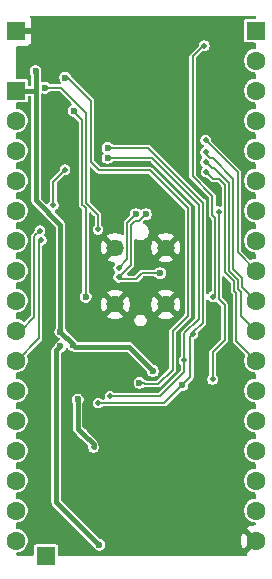
<source format=gbr>
%TF.GenerationSoftware,KiCad,Pcbnew,9.0.7-9.0.7~ubuntu22.04.1*%
%TF.CreationDate,2026-02-25T11:10:04-07:00*%
%TF.ProjectId,ESP32-S3-MINI-1_UU,45535033-322d-4533-932d-4d494e492d31,rev?*%
%TF.SameCoordinates,Original*%
%TF.FileFunction,Copper,L2,Bot*%
%TF.FilePolarity,Positive*%
%FSLAX46Y46*%
G04 Gerber Fmt 4.6, Leading zero omitted, Abs format (unit mm)*
G04 Created by KiCad (PCBNEW 9.0.7-9.0.7~ubuntu22.04.1) date 2026-02-25 11:10:04*
%MOMM*%
%LPD*%
G01*
G04 APERTURE LIST*
%TA.AperFunction,ComponentPad*%
%ADD10R,1.600000X1.600000*%
%TD*%
%TA.AperFunction,ComponentPad*%
%ADD11C,1.600000*%
%TD*%
%TA.AperFunction,ComponentPad*%
%ADD12C,1.460000*%
%TD*%
%TA.AperFunction,CastellatedPad*%
%ADD13R,1.600000X1.600000*%
%TD*%
%TA.AperFunction,CastellatedPad*%
%ADD14C,1.600000*%
%TD*%
%TA.AperFunction,ViaPad*%
%ADD15C,0.500000*%
%TD*%
%TA.AperFunction,ViaPad*%
%ADD16C,0.600000*%
%TD*%
%TA.AperFunction,Conductor*%
%ADD17C,0.150000*%
%TD*%
%TA.AperFunction,Conductor*%
%ADD18C,0.400000*%
%TD*%
%TA.AperFunction,Conductor*%
%ADD19C,0.200000*%
%TD*%
G04 APERTURE END LIST*
D10*
%TO.P,J8,1,1*%
%TO.N,3V3*%
X172240000Y-119350000D03*
D11*
%TO.P,J8,2,2*%
%TO.N,LED*%
X172240000Y-121890000D03*
%TO.P,J8,3,3*%
%TO.N,IO3*%
X172240000Y-124430000D03*
%TO.P,J8,4,4*%
%TO.N,IO4*%
X172240000Y-126970000D03*
%TO.P,J8,5,5*%
%TO.N,IO5*%
X172240000Y-129510000D03*
%TO.P,J8,6,6*%
%TO.N,IO6*%
X172240000Y-132050000D03*
%TO.P,J8,7,7*%
%TO.N,IO7*%
X172240000Y-134590000D03*
%TO.P,J8,8,8*%
%TO.N,IO10*%
X172240000Y-137130000D03*
%TO.P,J8,9,9*%
%TO.N,IO11*%
X172240000Y-139670000D03*
%TO.P,J8,10,10*%
%TO.N,IO12*%
X172240000Y-142210000D03*
%TO.P,J8,11,11*%
%TO.N,IO13*%
X172240000Y-144750000D03*
%TO.P,J8,12,12*%
%TO.N,IO14*%
X172240000Y-147290000D03*
%TO.P,J8,13,13*%
%TO.N,IO15*%
X172240000Y-149830000D03*
%TO.P,J8,14,14*%
%TO.N,IO16*%
X172240000Y-152370000D03*
%TO.P,J8,15,15*%
%TO.N,IO17*%
X172240000Y-154910000D03*
%TO.P,J8,16,16*%
%TO.N,IO18*%
X172240000Y-157450000D03*
%TD*%
D10*
%TO.P,J7,1,1*%
%TO.N,5V_IN*%
X174780000Y-158733000D03*
%TD*%
%TO.P,J4,1,1*%
%TO.N,GND*%
X172240000Y-114270000D03*
%TD*%
D12*
%TO.P,J2,MH1,MH1*%
%TO.N,GND*%
X180635000Y-137450000D03*
%TO.P,J2,MH2,MH2*%
X180635000Y-132650000D03*
%TO.P,J2,MH3,MH3*%
X184935000Y-132650000D03*
%TO.P,J2,MH4,MH4*%
X184935000Y-137450000D03*
%TD*%
D13*
%TO.P,J9,1,1*%
%TO.N,IO46*%
X192560000Y-114270000D03*
D14*
%TO.P,J9,2,2*%
%TO.N,IO45*%
X192560000Y-116810000D03*
%TO.P,J9,3,3*%
%TO.N,RX*%
X192560000Y-119350000D03*
%TO.P,J9,4,4*%
%TO.N,TX*%
X192560000Y-121890000D03*
%TO.P,J9,5,5*%
%TO.N,MTMS*%
X192560000Y-124430000D03*
%TO.P,J9,6,6*%
%TO.N,MTDI*%
X192560000Y-126970000D03*
%TO.P,J9,7,7*%
%TO.N,MTDO*%
X192560000Y-129510000D03*
%TO.P,J9,8,8*%
%TO.N,MTCK*%
X192560000Y-132050000D03*
%TO.P,J9,9,9*%
%TO.N,IO38*%
X192560000Y-134590000D03*
%TO.P,J9,10,10*%
%TO.N,IO37*%
X192560000Y-137130000D03*
%TO.P,J9,11,11*%
%TO.N,IO36*%
X192560000Y-139670000D03*
%TO.P,J9,12,12*%
%TO.N,IO35*%
X192560000Y-142210000D03*
%TO.P,J9,13,13*%
%TO.N,IO34*%
X192560000Y-144750000D03*
%TO.P,J9,14,14*%
%TO.N,IO33*%
X192560000Y-147290000D03*
%TO.P,J9,15,15*%
%TO.N,IO47*%
X192560000Y-149830000D03*
%TO.P,J9,16,16*%
%TO.N,IO26*%
X192560000Y-152370000D03*
%TO.P,J9,17,17*%
%TO.N,IO21*%
X192560000Y-154910000D03*
%TO.P,J9,18,18*%
%TO.N,GND*%
X192560000Y-157450000D03*
%TD*%
D15*
%TO.N,GND*%
X187200000Y-154850000D03*
D16*
%TO.N,D-*%
X182400000Y-129800000D03*
D15*
%TO.N,GND*%
X179300000Y-123500000D03*
X188500000Y-145300000D03*
X184925000Y-142000000D03*
D16*
X176600000Y-145800000D03*
D15*
X178100000Y-157800000D03*
X179300000Y-146900000D03*
X189200000Y-138600000D03*
D16*
X178150000Y-142800000D03*
D15*
X180600000Y-157800000D03*
D16*
X191000000Y-156000000D03*
D15*
X181100000Y-150900000D03*
X176650000Y-115300000D03*
X187200000Y-148700000D03*
X174600000Y-156600000D03*
D16*
X180660000Y-139800000D03*
D15*
X178400000Y-138050000D03*
X176423000Y-126800000D03*
X183000000Y-146400000D03*
X182000000Y-143600000D03*
X184900000Y-130800000D03*
D16*
X184600000Y-139800000D03*
D15*
X185265857Y-135106111D03*
X181100000Y-142200000D03*
X177650000Y-140400000D03*
X186500000Y-126100000D03*
X189600000Y-148000000D03*
X189400000Y-128775000D03*
X180264711Y-134517769D03*
X186600000Y-115500000D03*
X176450000Y-123600000D03*
X179200000Y-126800000D03*
D16*
X182785000Y-133050000D03*
X182785000Y-137050000D03*
D15*
X182300000Y-148900000D03*
X177200000Y-133300000D03*
X180650000Y-130800000D03*
D16*
X188300000Y-122700000D03*
%TO.N,V_USB*%
X179300000Y-157800000D03*
X176000000Y-141000000D03*
D15*
%TO.N,IO36*%
X188300000Y-125381823D03*
%TO.N,IO35*%
X188347135Y-126254671D03*
D16*
%TO.N,BAT_ALRT*%
X176400000Y-118250000D03*
X182700000Y-144100000D03*
D15*
%TO.N,LED*%
X179200000Y-131100000D03*
D16*
X174700000Y-119100000D03*
D15*
%TO.N,IO37*%
X188300000Y-124550000D03*
D16*
%TO.N,3V3*%
X183840320Y-143088998D03*
X176000000Y-139775000D03*
X177075000Y-140925000D03*
X173900000Y-117700000D03*
%TO.N,SCL*%
X180000000Y-125050000D03*
D15*
X186475000Y-142200000D03*
X180194000Y-145240000D03*
D16*
%TO.N,SDA*%
X180000000Y-124200000D03*
D15*
X187200000Y-139974949D03*
X179200000Y-145800000D03*
D16*
X186300000Y-144300000D03*
%TO.N,D+*%
X184450000Y-134800000D03*
X183250000Y-129800000D03*
D15*
X180950000Y-135150000D03*
%TO.N,RGB*%
X189400000Y-129600000D03*
X188900000Y-143800000D03*
%TO.N,D-*%
X180950000Y-134375000D03*
D16*
%TO.N,Net-(S1-NO)*%
X178150000Y-136800000D03*
X177125000Y-121050000D03*
D15*
%TO.N,Net-(S2-NO)*%
X188200000Y-115550000D03*
X188900000Y-136800000D03*
%TO.N,IO12*%
X174400000Y-132000000D03*
%TO.N,IO11*%
X175400000Y-129050000D03*
X176400000Y-126050000D03*
X174276000Y-131200000D03*
%TO.N,IO38*%
X188300000Y-123550000D03*
%TO.N,V_SYS*%
X177900000Y-148400000D03*
D16*
X177467500Y-145500000D03*
D15*
X178810731Y-149567286D03*
%TD*%
D17*
%TO.N,D+*%
X182320388Y-130376000D02*
X182001000Y-130695388D01*
X182674000Y-130376000D02*
X182320388Y-130376000D01*
X183250000Y-129800000D02*
X182674000Y-130376000D01*
X182001000Y-130695388D02*
X182001000Y-134099000D01*
X182001000Y-134099000D02*
X180950000Y-135150000D01*
%TO.N,D-*%
X181650000Y-133650000D02*
X181650000Y-130550000D01*
X182400000Y-129800000D02*
X181650000Y-130550000D01*
X180950000Y-134375000D02*
X180950000Y-134350000D01*
X180950000Y-134350000D02*
X181650000Y-133650000D01*
%TO.N,D+*%
X182400000Y-135300000D02*
X181100000Y-135300000D01*
X181100000Y-135300000D02*
X180950000Y-135150000D01*
X182900000Y-134800000D02*
X184450000Y-134800000D01*
D18*
%TO.N,V_USB*%
X175650000Y-154200000D02*
X179250000Y-157800000D01*
X175650000Y-141350000D02*
X175650000Y-154200000D01*
X179250000Y-157800000D02*
X179300000Y-157800000D01*
X176000000Y-141000000D02*
X175650000Y-141350000D01*
D17*
%TO.N,IO36*%
X191299000Y-138409000D02*
X192560000Y-139670000D01*
X189000000Y-125900000D02*
X190298000Y-127198000D01*
X190298000Y-134594389D02*
X191049000Y-135345388D01*
X188299488Y-125381311D02*
X188818177Y-125900000D01*
X188818177Y-125900000D02*
X189000000Y-125900000D01*
X191049000Y-135345388D02*
X191049000Y-136149000D01*
X191299000Y-136399000D02*
X191299000Y-138409000D01*
X190298000Y-127198000D02*
X190298000Y-134594389D01*
X191049000Y-136149000D02*
X191299000Y-136399000D01*
%TO.N,IO35*%
X189400000Y-126800000D02*
X188892464Y-126800000D01*
X190900000Y-136496389D02*
X190698000Y-136294389D01*
X190698000Y-136294389D02*
X190698000Y-135498000D01*
X190698000Y-135498000D02*
X189947000Y-134747000D01*
X190900000Y-140550000D02*
X190900000Y-136496389D01*
X189947000Y-134747000D02*
X189947000Y-127347000D01*
X188892464Y-126800000D02*
X188347135Y-126254671D01*
X192560000Y-142210000D02*
X190900000Y-140550000D01*
X189947000Y-127347000D02*
X189400000Y-126800000D01*
%TO.N,BAT_ALRT*%
X184300000Y-144200000D02*
X185500000Y-143000000D01*
X186800000Y-138400000D02*
X186800000Y-129300000D01*
X182700000Y-144100000D02*
X182800000Y-144200000D01*
X179300000Y-126100000D02*
X178600000Y-125400000D01*
X186800000Y-129300000D02*
X183600000Y-126100000D01*
X183200000Y-144200000D02*
X184300000Y-144200000D01*
X182700000Y-144100000D02*
X183100000Y-144100000D01*
X176450000Y-118300000D02*
X176400000Y-118250000D01*
X178600000Y-125400000D02*
X178600000Y-120250000D01*
X178600000Y-120250000D02*
X176650000Y-118300000D01*
X185500000Y-143000000D02*
X185500000Y-139700000D01*
X185500000Y-139700000D02*
X186800000Y-138400000D01*
X183600000Y-126100000D02*
X179300000Y-126100000D01*
X176650000Y-118300000D02*
X176450000Y-118300000D01*
X183100000Y-144100000D02*
X183200000Y-144200000D01*
%TO.N,LED*%
X176025000Y-119100000D02*
X174700000Y-119100000D01*
X179200000Y-131100000D02*
X179200000Y-129850000D01*
X178200000Y-128850000D02*
X178200000Y-121275000D01*
X179200000Y-129850000D02*
X178200000Y-128850000D01*
X178200000Y-121275000D02*
X176025000Y-119100000D01*
%TO.N,IO37*%
X188900000Y-125050000D02*
X190649000Y-126799000D01*
X191400000Y-135200000D02*
X191400000Y-135970000D01*
X190649000Y-134449000D02*
X191400000Y-135200000D01*
X190649000Y-126799000D02*
X190649000Y-134449000D01*
X188343192Y-124682552D02*
X188710640Y-125050000D01*
X191400000Y-135970000D02*
X192560000Y-137130000D01*
X188710640Y-125050000D02*
X188900000Y-125050000D01*
D18*
%TO.N,3V3*%
X172441000Y-119400000D02*
X172441000Y-119350000D01*
X173949000Y-119400000D02*
X173949000Y-128649000D01*
X173900000Y-117700000D02*
X173949000Y-117749000D01*
X176000000Y-130700000D02*
X176000000Y-139775000D01*
X177059370Y-140909370D02*
X177059370Y-140834370D01*
X181802322Y-141051000D02*
X177201000Y-141051000D01*
X177075000Y-140922138D02*
X177097138Y-140900000D01*
X177075000Y-140925000D02*
X177075000Y-140922138D01*
X177059370Y-140834370D02*
X176000000Y-139775000D01*
X177201000Y-141051000D02*
X177075000Y-140925000D01*
X173949000Y-119400000D02*
X172441000Y-119400000D01*
X183840320Y-143088998D02*
X181802322Y-141051000D01*
X173949000Y-117749000D02*
X173949000Y-119400000D01*
X177075000Y-140925000D02*
X177059370Y-140909370D01*
X173949000Y-128649000D02*
X176000000Y-130700000D01*
D17*
%TO.N,SCL*%
X186475000Y-143175000D02*
X184450000Y-145200000D01*
X186500000Y-139900000D02*
X187709000Y-138691000D01*
X180234000Y-145200000D02*
X180194000Y-145240000D01*
X186475000Y-142200000D02*
X186475000Y-143175000D01*
X184450000Y-145200000D02*
X180234000Y-145200000D01*
X187709000Y-129005388D02*
X183753612Y-125050000D01*
X187709000Y-138691000D02*
X187709000Y-129005388D01*
D19*
X186386000Y-142100000D02*
X186400000Y-142086000D01*
D17*
X186400000Y-142086000D02*
X186500000Y-141986000D01*
X183753612Y-125050000D02*
X180000000Y-125050000D01*
X186500000Y-141986000D02*
X186500000Y-139900000D01*
%TO.N,SDA*%
X180000000Y-124200000D02*
X183400000Y-124200000D01*
X187229487Y-139945462D02*
X187229487Y-139830513D01*
X179200000Y-145800000D02*
X184800000Y-145800000D01*
X187229487Y-139830513D02*
X188060000Y-139000000D01*
X183400000Y-124200000D02*
X188000000Y-128800000D01*
X187000000Y-143600000D02*
X186300000Y-144300000D01*
X188060000Y-139000000D02*
X188060000Y-128800000D01*
X184800000Y-145800000D02*
X186300000Y-144300000D01*
X187200000Y-139974949D02*
X187000000Y-140174949D01*
X187000000Y-140174949D02*
X187000000Y-143600000D01*
%TO.N,D+*%
X182400000Y-135300000D02*
X182900000Y-134800000D01*
%TO.N,RGB*%
X189900000Y-137491877D02*
X189426000Y-137017877D01*
X188900000Y-141500000D02*
X189900000Y-140500000D01*
X189426000Y-137017877D02*
X189426000Y-129701000D01*
X189900000Y-140500000D02*
X189900000Y-137491877D01*
X188900000Y-143800000D02*
X188900000Y-141500000D01*
%TO.N,Net-(S1-NO)*%
X177125000Y-121050000D02*
X177125000Y-121125000D01*
X178000000Y-129150000D02*
X178150000Y-129300000D01*
X178000000Y-129146389D02*
X178000000Y-129150000D01*
X177849000Y-121849000D02*
X177849000Y-128995389D01*
X178150000Y-129300000D02*
X178150000Y-136800000D01*
X177849000Y-128995389D02*
X178000000Y-129146389D01*
X177125000Y-121125000D02*
X177849000Y-121849000D01*
D19*
%TO.N,Net-(S2-NO)*%
X188150000Y-115651000D02*
X188200000Y-115601000D01*
D17*
X189075000Y-136625000D02*
X189075000Y-130100000D01*
X189075000Y-130100000D02*
X188874000Y-129899000D01*
X188874000Y-129899000D02*
X188874000Y-128274000D01*
X188874000Y-128274000D02*
X187200000Y-126600000D01*
X187200000Y-126600000D02*
X187200000Y-116451000D01*
D19*
X188150000Y-115550000D02*
X188201000Y-115601000D01*
D17*
X188900000Y-136800000D02*
X189075000Y-136625000D01*
X187200000Y-116451000D02*
X188000000Y-115651000D01*
%TO.N,IO12*%
X174200000Y-132200000D02*
X174200000Y-140326000D01*
X174200000Y-140326000D02*
X172316000Y-142210000D01*
X174400000Y-132000000D02*
X174200000Y-132200000D01*
%TO.N,IO11*%
X173800000Y-131676000D02*
X173800000Y-138500000D01*
X175400000Y-127050000D02*
X176400000Y-126050000D01*
X172630000Y-139670000D02*
X172316000Y-139670000D01*
X174276000Y-131200000D02*
X173800000Y-131676000D01*
X175400000Y-129050000D02*
X175400000Y-127050000D01*
X173800000Y-138500000D02*
X172630000Y-139670000D01*
%TO.N,IO38*%
X188300000Y-123550000D02*
X191000000Y-126250000D01*
X192560000Y-134590000D02*
X191000000Y-133030000D01*
X191000000Y-126250000D02*
X191000000Y-133030000D01*
D18*
%TO.N,V_SYS*%
X177467500Y-147967500D02*
X177467500Y-145500000D01*
X177900000Y-148400000D02*
X177467500Y-147967500D01*
X178810731Y-149310731D02*
X178810731Y-149567286D01*
X177900000Y-148400000D02*
X178810731Y-149310731D01*
%TD*%
%TA.AperFunction,Conductor*%
%TO.N,GND*%
G36*
X192502539Y-113020185D02*
G01*
X192548294Y-113072989D01*
X192559500Y-113124500D01*
X192559500Y-113145500D01*
X192539815Y-113212539D01*
X192487011Y-113258294D01*
X192435500Y-113269500D01*
X191740247Y-113269500D01*
X191681770Y-113281131D01*
X191681769Y-113281132D01*
X191615447Y-113325447D01*
X191571132Y-113391769D01*
X191571131Y-113391770D01*
X191559500Y-113450247D01*
X191559500Y-115089752D01*
X191571131Y-115148229D01*
X191571132Y-115148230D01*
X191615447Y-115214552D01*
X191681769Y-115258867D01*
X191681770Y-115258868D01*
X191740247Y-115270499D01*
X191740250Y-115270500D01*
X191740252Y-115270500D01*
X192435500Y-115270500D01*
X192502539Y-115290185D01*
X192548294Y-115342989D01*
X192559500Y-115394500D01*
X192559500Y-115688234D01*
X192539815Y-115755273D01*
X192487011Y-115801028D01*
X192459692Y-115809851D01*
X192268170Y-115847947D01*
X192268160Y-115847950D01*
X192086092Y-115923364D01*
X192086079Y-115923371D01*
X191922218Y-116032860D01*
X191922214Y-116032863D01*
X191782863Y-116172214D01*
X191782860Y-116172218D01*
X191673371Y-116336079D01*
X191673364Y-116336092D01*
X191597950Y-116518160D01*
X191597947Y-116518170D01*
X191559500Y-116711456D01*
X191559500Y-116711459D01*
X191559500Y-116908541D01*
X191559500Y-116908543D01*
X191559499Y-116908543D01*
X191597947Y-117101829D01*
X191597950Y-117101839D01*
X191673364Y-117283907D01*
X191673371Y-117283920D01*
X191782860Y-117447781D01*
X191782863Y-117447785D01*
X191922214Y-117587136D01*
X191922218Y-117587139D01*
X192086079Y-117696628D01*
X192086092Y-117696635D01*
X192268160Y-117772049D01*
X192268165Y-117772051D01*
X192459691Y-117810148D01*
X192521602Y-117842533D01*
X192556176Y-117903248D01*
X192559500Y-117931765D01*
X192559500Y-118228234D01*
X192539815Y-118295273D01*
X192487011Y-118341028D01*
X192459692Y-118349851D01*
X192268170Y-118387947D01*
X192268160Y-118387950D01*
X192086092Y-118463364D01*
X192086079Y-118463371D01*
X191922218Y-118572860D01*
X191922214Y-118572863D01*
X191782863Y-118712214D01*
X191782860Y-118712218D01*
X191673371Y-118876079D01*
X191673364Y-118876092D01*
X191597950Y-119058160D01*
X191597947Y-119058170D01*
X191559500Y-119251456D01*
X191559500Y-119251459D01*
X191559500Y-119448541D01*
X191559500Y-119448543D01*
X191559499Y-119448543D01*
X191597947Y-119641829D01*
X191597950Y-119641839D01*
X191673364Y-119823907D01*
X191673371Y-119823920D01*
X191782860Y-119987781D01*
X191782863Y-119987785D01*
X191922214Y-120127136D01*
X191922218Y-120127139D01*
X192086079Y-120236628D01*
X192086092Y-120236635D01*
X192225918Y-120294552D01*
X192268165Y-120312051D01*
X192459691Y-120350148D01*
X192521602Y-120382533D01*
X192556176Y-120443248D01*
X192559500Y-120471765D01*
X192559500Y-120768234D01*
X192539815Y-120835273D01*
X192487011Y-120881028D01*
X192459692Y-120889851D01*
X192268170Y-120927947D01*
X192268160Y-120927950D01*
X192086092Y-121003364D01*
X192086079Y-121003371D01*
X191922218Y-121112860D01*
X191922214Y-121112863D01*
X191782863Y-121252214D01*
X191782860Y-121252218D01*
X191673371Y-121416079D01*
X191673364Y-121416092D01*
X191597950Y-121598160D01*
X191597947Y-121598170D01*
X191559500Y-121791456D01*
X191559500Y-121791459D01*
X191559500Y-121988541D01*
X191559500Y-121988543D01*
X191559499Y-121988543D01*
X191597947Y-122181829D01*
X191597950Y-122181839D01*
X191673364Y-122363907D01*
X191673371Y-122363920D01*
X191782860Y-122527781D01*
X191782863Y-122527785D01*
X191922214Y-122667136D01*
X191922218Y-122667139D01*
X192086079Y-122776628D01*
X192086092Y-122776635D01*
X192268160Y-122852049D01*
X192268165Y-122852051D01*
X192459691Y-122890148D01*
X192521602Y-122922533D01*
X192556176Y-122983248D01*
X192559500Y-123011765D01*
X192559500Y-123308234D01*
X192539815Y-123375273D01*
X192487011Y-123421028D01*
X192459692Y-123429851D01*
X192268170Y-123467947D01*
X192268160Y-123467950D01*
X192086092Y-123543364D01*
X192086079Y-123543371D01*
X191922218Y-123652860D01*
X191922214Y-123652863D01*
X191782863Y-123792214D01*
X191782860Y-123792218D01*
X191673371Y-123956079D01*
X191673364Y-123956092D01*
X191597950Y-124138160D01*
X191597947Y-124138170D01*
X191559500Y-124331456D01*
X191559500Y-124331459D01*
X191559500Y-124528541D01*
X191559500Y-124528543D01*
X191559499Y-124528543D01*
X191597947Y-124721829D01*
X191597950Y-124721839D01*
X191673364Y-124903907D01*
X191673371Y-124903920D01*
X191782860Y-125067781D01*
X191782863Y-125067785D01*
X191922214Y-125207136D01*
X191922218Y-125207139D01*
X192086079Y-125316628D01*
X192086092Y-125316635D01*
X192268160Y-125392049D01*
X192268165Y-125392051D01*
X192459691Y-125430148D01*
X192521602Y-125462533D01*
X192556176Y-125523248D01*
X192559500Y-125551765D01*
X192559500Y-125848234D01*
X192539815Y-125915273D01*
X192487011Y-125961028D01*
X192459692Y-125969851D01*
X192268170Y-126007947D01*
X192268160Y-126007950D01*
X192086092Y-126083364D01*
X192086079Y-126083371D01*
X191922218Y-126192860D01*
X191922214Y-126192863D01*
X191782863Y-126332214D01*
X191782860Y-126332218D01*
X191673371Y-126496079D01*
X191673364Y-126496092D01*
X191597950Y-126678160D01*
X191597947Y-126678170D01*
X191559500Y-126871456D01*
X191559500Y-126871459D01*
X191559500Y-127068541D01*
X191559500Y-127068543D01*
X191559499Y-127068543D01*
X191597947Y-127261829D01*
X191597950Y-127261839D01*
X191673364Y-127443907D01*
X191673371Y-127443920D01*
X191782860Y-127607781D01*
X191782863Y-127607785D01*
X191922214Y-127747136D01*
X191922218Y-127747139D01*
X192086079Y-127856628D01*
X192086092Y-127856635D01*
X192268160Y-127932049D01*
X192268165Y-127932051D01*
X192459691Y-127970148D01*
X192521602Y-128002533D01*
X192556176Y-128063248D01*
X192559500Y-128091765D01*
X192559500Y-128388234D01*
X192539815Y-128455273D01*
X192487011Y-128501028D01*
X192459692Y-128509851D01*
X192268170Y-128547947D01*
X192268160Y-128547950D01*
X192086092Y-128623364D01*
X192086079Y-128623371D01*
X191922218Y-128732860D01*
X191922214Y-128732863D01*
X191782863Y-128872214D01*
X191782860Y-128872218D01*
X191673371Y-129036079D01*
X191673364Y-129036092D01*
X191597950Y-129218160D01*
X191597947Y-129218170D01*
X191559500Y-129411456D01*
X191559500Y-129411459D01*
X191559500Y-129608541D01*
X191559500Y-129608543D01*
X191559499Y-129608543D01*
X191597947Y-129801829D01*
X191597950Y-129801839D01*
X191673364Y-129983907D01*
X191673371Y-129983920D01*
X191782860Y-130147781D01*
X191782863Y-130147785D01*
X191922214Y-130287136D01*
X191922218Y-130287139D01*
X192086079Y-130396628D01*
X192086092Y-130396635D01*
X192224803Y-130454090D01*
X192268165Y-130472051D01*
X192459691Y-130510148D01*
X192521602Y-130542533D01*
X192556176Y-130603248D01*
X192559500Y-130631765D01*
X192559500Y-130928234D01*
X192539815Y-130995273D01*
X192487011Y-131041028D01*
X192459692Y-131049851D01*
X192268170Y-131087947D01*
X192268160Y-131087950D01*
X192086092Y-131163364D01*
X192086079Y-131163371D01*
X191922218Y-131272860D01*
X191922214Y-131272863D01*
X191782863Y-131412214D01*
X191782860Y-131412218D01*
X191673371Y-131576079D01*
X191673364Y-131576092D01*
X191597950Y-131758160D01*
X191597947Y-131758170D01*
X191559500Y-131951456D01*
X191559500Y-131951459D01*
X191559500Y-132148541D01*
X191559500Y-132148543D01*
X191559499Y-132148543D01*
X191597947Y-132341829D01*
X191597950Y-132341839D01*
X191673364Y-132523907D01*
X191673371Y-132523920D01*
X191782860Y-132687781D01*
X191782863Y-132687785D01*
X191922214Y-132827136D01*
X191922218Y-132827139D01*
X192086079Y-132936628D01*
X192086092Y-132936635D01*
X192247649Y-133003553D01*
X192268165Y-133012051D01*
X192459691Y-133050148D01*
X192521602Y-133082533D01*
X192556176Y-133143248D01*
X192559500Y-133171765D01*
X192559500Y-133468234D01*
X192539815Y-133535273D01*
X192487011Y-133581028D01*
X192459692Y-133589851D01*
X192268170Y-133627947D01*
X192268169Y-133627948D01*
X192268168Y-133627948D01*
X192268165Y-133627949D01*
X192211194Y-133651547D01*
X192146296Y-133678428D01*
X192076826Y-133685896D01*
X192014347Y-133654620D01*
X192011163Y-133651547D01*
X191311819Y-132952203D01*
X191278334Y-132890880D01*
X191275500Y-132864522D01*
X191275500Y-126195201D01*
X191275499Y-126195198D01*
X191267340Y-126175500D01*
X191267340Y-126175499D01*
X191233560Y-126093944D01*
X188786819Y-123647203D01*
X188753334Y-123585880D01*
X188750500Y-123559522D01*
X188750500Y-123490693D01*
X188750500Y-123490691D01*
X188719799Y-123376114D01*
X188660489Y-123273387D01*
X188576613Y-123189511D01*
X188473886Y-123130201D01*
X188359309Y-123099500D01*
X188240691Y-123099500D01*
X188126114Y-123130201D01*
X188126112Y-123130201D01*
X188126112Y-123130202D01*
X188023387Y-123189511D01*
X188023384Y-123189513D01*
X187939513Y-123273384D01*
X187939511Y-123273387D01*
X187880687Y-123375273D01*
X187880201Y-123376114D01*
X187849500Y-123490691D01*
X187849500Y-123609309D01*
X187880201Y-123723886D01*
X187939511Y-123826613D01*
X188023387Y-123910489D01*
X188079027Y-123942613D01*
X188127242Y-123993181D01*
X188140464Y-124061788D01*
X188114496Y-124126653D01*
X188079027Y-124157387D01*
X188023387Y-124189511D01*
X188023384Y-124189513D01*
X187939513Y-124273384D01*
X187939511Y-124273387D01*
X187905985Y-124331456D01*
X187880201Y-124376114D01*
X187849500Y-124490691D01*
X187849500Y-124609309D01*
X187880201Y-124723886D01*
X187939511Y-124826613D01*
X187939513Y-124826615D01*
X187991128Y-124878230D01*
X188024613Y-124939553D01*
X188019629Y-125009245D01*
X187991129Y-125053591D01*
X187939514Y-125105206D01*
X187939511Y-125105210D01*
X187880201Y-125207937D01*
X187849500Y-125322514D01*
X187849500Y-125441132D01*
X187880201Y-125555709D01*
X187939511Y-125658436D01*
X188023387Y-125742312D01*
X188023393Y-125742315D01*
X188023808Y-125742634D01*
X188024076Y-125743001D01*
X188029134Y-125748059D01*
X188028345Y-125748847D01*
X188065014Y-125799060D01*
X188069173Y-125868805D01*
X188036009Y-125928694D01*
X187986649Y-125978054D01*
X187986646Y-125978058D01*
X187927336Y-126080785D01*
X187896635Y-126195362D01*
X187896635Y-126313980D01*
X187927336Y-126428557D01*
X187986646Y-126531284D01*
X188070522Y-126615160D01*
X188173249Y-126674470D01*
X188287826Y-126705171D01*
X188287829Y-126705171D01*
X188356657Y-126705171D01*
X188423696Y-126724856D01*
X188444338Y-126741490D01*
X188736408Y-127033560D01*
X188814721Y-127065997D01*
X188837664Y-127075500D01*
X188947264Y-127075500D01*
X189234523Y-127075500D01*
X189301562Y-127095185D01*
X189322204Y-127111819D01*
X189635181Y-127424796D01*
X189668666Y-127486119D01*
X189671500Y-127512477D01*
X189671500Y-129044756D01*
X189651815Y-129111795D01*
X189599011Y-129157550D01*
X189529853Y-129167494D01*
X189515408Y-129164531D01*
X189459310Y-129149500D01*
X189459309Y-129149500D01*
X189340691Y-129149500D01*
X189340686Y-129149500D01*
X189305591Y-129158904D01*
X189235741Y-129157240D01*
X189177880Y-129118077D01*
X189150377Y-129053848D01*
X189149500Y-129039129D01*
X189149500Y-128219201D01*
X189149498Y-128219196D01*
X189107560Y-128117944D01*
X187511819Y-126522203D01*
X187478334Y-126460880D01*
X187475500Y-126434522D01*
X187475500Y-116616476D01*
X187495185Y-116549437D01*
X187511815Y-116528799D01*
X188010747Y-116029866D01*
X188072068Y-115996383D01*
X188130521Y-115997775D01*
X188134709Y-115998897D01*
X188140691Y-116000500D01*
X188140692Y-116000500D01*
X188259306Y-116000500D01*
X188259309Y-116000500D01*
X188373886Y-115969799D01*
X188476613Y-115910489D01*
X188560489Y-115826613D01*
X188619799Y-115723886D01*
X188650500Y-115609309D01*
X188650500Y-115490691D01*
X188619799Y-115376114D01*
X188560489Y-115273387D01*
X188476613Y-115189511D01*
X188373886Y-115130201D01*
X188259309Y-115099500D01*
X188140691Y-115099500D01*
X188026114Y-115130201D01*
X188026112Y-115130201D01*
X188026112Y-115130202D01*
X187923387Y-115189511D01*
X187923384Y-115189513D01*
X187839513Y-115273384D01*
X187839511Y-115273387D01*
X187780201Y-115376112D01*
X187750342Y-115487549D01*
X187718248Y-115543136D01*
X187043942Y-116217443D01*
X186966444Y-116294940D01*
X186966443Y-116294941D01*
X186966443Y-116294942D01*
X186924500Y-116396200D01*
X186924500Y-126654800D01*
X186966443Y-126756058D01*
X186966444Y-126756059D01*
X188562181Y-128351796D01*
X188595666Y-128413119D01*
X188598500Y-128439477D01*
X188598500Y-129953800D01*
X188620147Y-130006059D01*
X188640443Y-130055058D01*
X188640444Y-130055059D01*
X188763181Y-130177796D01*
X188796666Y-130239119D01*
X188799500Y-130265477D01*
X188799500Y-136266949D01*
X188779815Y-136333988D01*
X188732492Y-136374993D01*
X188733153Y-136376137D01*
X188727217Y-136379563D01*
X188727011Y-136379743D01*
X188726589Y-136379926D01*
X188623387Y-136439511D01*
X188623384Y-136439513D01*
X188547181Y-136515717D01*
X188485858Y-136549202D01*
X188416166Y-136544218D01*
X188360233Y-136502346D01*
X188335816Y-136436882D01*
X188335500Y-136428036D01*
X188335500Y-128745201D01*
X188335500Y-128745200D01*
X188293557Y-128643942D01*
X188216058Y-128566443D01*
X188216057Y-128566442D01*
X188216055Y-128566441D01*
X188136417Y-128533453D01*
X188096190Y-128506574D01*
X183556059Y-123966444D01*
X183556058Y-123966443D01*
X183526228Y-123954087D01*
X183526225Y-123954085D01*
X183526224Y-123954085D01*
X183454802Y-123924500D01*
X183454800Y-123924500D01*
X180483676Y-123924500D01*
X180416637Y-123904815D01*
X180395995Y-123888181D01*
X180307316Y-123799502D01*
X180307314Y-123799500D01*
X180250250Y-123766554D01*
X180193187Y-123733608D01*
X180129539Y-123716554D01*
X180065892Y-123699500D01*
X179934108Y-123699500D01*
X179806812Y-123733608D01*
X179692686Y-123799500D01*
X179692683Y-123799502D01*
X179599502Y-123892683D01*
X179599500Y-123892686D01*
X179533608Y-124006812D01*
X179518878Y-124061788D01*
X179499500Y-124134108D01*
X179499500Y-124265892D01*
X179501508Y-124273387D01*
X179533608Y-124393187D01*
X179566554Y-124450250D01*
X179599500Y-124507314D01*
X179599502Y-124507316D01*
X179629505Y-124537319D01*
X179662990Y-124598642D01*
X179658006Y-124668334D01*
X179629505Y-124712681D01*
X179599502Y-124742683D01*
X179599500Y-124742686D01*
X179533608Y-124856812D01*
X179499500Y-124984108D01*
X179499500Y-125115891D01*
X179533608Y-125243187D01*
X179558260Y-125285884D01*
X179599500Y-125357314D01*
X179692686Y-125450500D01*
X179806814Y-125516392D01*
X179934108Y-125550500D01*
X179934110Y-125550500D01*
X180065890Y-125550500D01*
X180065892Y-125550500D01*
X180193186Y-125516392D01*
X180307314Y-125450500D01*
X180395995Y-125361819D01*
X180457318Y-125328334D01*
X180483676Y-125325500D01*
X183588135Y-125325500D01*
X183655174Y-125345185D01*
X183675816Y-125361819D01*
X187397181Y-129083184D01*
X187430666Y-129144507D01*
X187433500Y-129170865D01*
X187433500Y-138525522D01*
X187413815Y-138592561D01*
X187397181Y-138613203D01*
X186343942Y-139666443D01*
X186266444Y-139743940D01*
X186224500Y-139845199D01*
X186224500Y-141762035D01*
X186204815Y-141829074D01*
X186188182Y-141849716D01*
X186114511Y-141923387D01*
X186055201Y-142026114D01*
X186024500Y-142140691D01*
X186024500Y-142259309D01*
X186055201Y-142373886D01*
X186114511Y-142476613D01*
X186114513Y-142476615D01*
X186163181Y-142525283D01*
X186196666Y-142586606D01*
X186199500Y-142612964D01*
X186199500Y-143009522D01*
X186179815Y-143076561D01*
X186163181Y-143097203D01*
X184372204Y-144888181D01*
X184310881Y-144921666D01*
X184284523Y-144924500D01*
X180566964Y-144924500D01*
X180499925Y-144904815D01*
X180479283Y-144888181D01*
X180470615Y-144879513D01*
X180470613Y-144879511D01*
X180367886Y-144820201D01*
X180253309Y-144789500D01*
X180134691Y-144789500D01*
X180020114Y-144820201D01*
X180020112Y-144820201D01*
X180020112Y-144820202D01*
X179917387Y-144879511D01*
X179917384Y-144879513D01*
X179833513Y-144963384D01*
X179833511Y-144963387D01*
X179788219Y-145041835D01*
X179774201Y-145066114D01*
X179743500Y-145180691D01*
X179743500Y-145299309D01*
X179745511Y-145306814D01*
X179762015Y-145368407D01*
X179761419Y-145393401D01*
X179764978Y-145418147D01*
X179760602Y-145427727D01*
X179760352Y-145438257D01*
X179746339Y-145458960D01*
X179735953Y-145481703D01*
X179727091Y-145487397D01*
X179721189Y-145496119D01*
X179698208Y-145505960D01*
X179677175Y-145519477D01*
X179661319Y-145521756D01*
X179656961Y-145523623D01*
X179642240Y-145524500D01*
X179612964Y-145524500D01*
X179545925Y-145504815D01*
X179525283Y-145488181D01*
X179476615Y-145439513D01*
X179476613Y-145439511D01*
X179373886Y-145380201D01*
X179259309Y-145349500D01*
X179140691Y-145349500D01*
X179026114Y-145380201D01*
X179026112Y-145380201D01*
X179026112Y-145380202D01*
X178923387Y-145439511D01*
X178923384Y-145439513D01*
X178839513Y-145523384D01*
X178839511Y-145523387D01*
X178814971Y-145565892D01*
X178780201Y-145626114D01*
X178749500Y-145740691D01*
X178749500Y-145859309D01*
X178780201Y-145973886D01*
X178839511Y-146076613D01*
X178923387Y-146160489D01*
X179026114Y-146219799D01*
X179140691Y-146250500D01*
X179140694Y-146250500D01*
X179259306Y-146250500D01*
X179259309Y-146250500D01*
X179373886Y-146219799D01*
X179476613Y-146160489D01*
X179525283Y-146111819D01*
X179586606Y-146078334D01*
X179612964Y-146075500D01*
X184854799Y-146075500D01*
X184854800Y-146075500D01*
X184956058Y-146033557D01*
X185033557Y-145956058D01*
X185033556Y-145956058D01*
X185092125Y-145897489D01*
X185092124Y-145897489D01*
X186152796Y-144836819D01*
X186214119Y-144803334D01*
X186240477Y-144800500D01*
X186365890Y-144800500D01*
X186365892Y-144800500D01*
X186493186Y-144766392D01*
X186607314Y-144700500D01*
X186700500Y-144607314D01*
X186766392Y-144493186D01*
X186800500Y-144365892D01*
X186800500Y-144240477D01*
X186820185Y-144173438D01*
X186836819Y-144152796D01*
X186955507Y-144034108D01*
X187233557Y-143756059D01*
X187256984Y-143699500D01*
X187275500Y-143654800D01*
X187275500Y-140516258D01*
X187295185Y-140449219D01*
X187347989Y-140403464D01*
X187367404Y-140396484D01*
X187373886Y-140394748D01*
X187476613Y-140335438D01*
X187560489Y-140251562D01*
X187619799Y-140148835D01*
X187650500Y-140034258D01*
X187650500Y-139915640D01*
X187644404Y-139892889D01*
X187646065Y-139823043D01*
X187676495Y-139773118D01*
X188293558Y-139156058D01*
X188293558Y-139156056D01*
X188293560Y-139156055D01*
X188314529Y-139105429D01*
X188335500Y-139054800D01*
X188335500Y-138945200D01*
X188335500Y-137171964D01*
X188355185Y-137104925D01*
X188407989Y-137059170D01*
X188477147Y-137049226D01*
X188540703Y-137078251D01*
X188547181Y-137084283D01*
X188623387Y-137160489D01*
X188726114Y-137219799D01*
X188840691Y-137250500D01*
X188840694Y-137250500D01*
X188959306Y-137250500D01*
X188959309Y-137250500D01*
X189073886Y-137219799D01*
X189073888Y-137219797D01*
X189073890Y-137219797D01*
X189073891Y-137219796D01*
X189095723Y-137207192D01*
X189163623Y-137190718D01*
X189229650Y-137213570D01*
X189245405Y-137226897D01*
X189588181Y-137569673D01*
X189621666Y-137630996D01*
X189624500Y-137657354D01*
X189624500Y-140334522D01*
X189604815Y-140401561D01*
X189588181Y-140422203D01*
X188743942Y-141266443D01*
X188666444Y-141343940D01*
X188624500Y-141445199D01*
X188624500Y-143387036D01*
X188604815Y-143454075D01*
X188588181Y-143474717D01*
X188539513Y-143523384D01*
X188539511Y-143523387D01*
X188480201Y-143626114D01*
X188449500Y-143740691D01*
X188449500Y-143859309D01*
X188480201Y-143973886D01*
X188539511Y-144076613D01*
X188623387Y-144160489D01*
X188726114Y-144219799D01*
X188840691Y-144250500D01*
X188840694Y-144250500D01*
X188959306Y-144250500D01*
X188959309Y-144250500D01*
X189073886Y-144219799D01*
X189176613Y-144160489D01*
X189260489Y-144076613D01*
X189319799Y-143973886D01*
X189350500Y-143859309D01*
X189350500Y-143740691D01*
X189319799Y-143626114D01*
X189260489Y-143523387D01*
X189211819Y-143474717D01*
X189178334Y-143413394D01*
X189175500Y-143387036D01*
X189175500Y-141665477D01*
X189195185Y-141598438D01*
X189211819Y-141577796D01*
X189634342Y-141155273D01*
X190133558Y-140656058D01*
X190133558Y-140656056D01*
X190133560Y-140656055D01*
X190156985Y-140599500D01*
X190175500Y-140554800D01*
X190175500Y-140445200D01*
X190175500Y-137437077D01*
X190133557Y-137335819D01*
X190133557Y-137335818D01*
X189737819Y-136940080D01*
X189704334Y-136878757D01*
X189701500Y-136852399D01*
X189701500Y-135190477D01*
X189721185Y-135123438D01*
X189773989Y-135077683D01*
X189843147Y-135067739D01*
X189906703Y-135096764D01*
X189913181Y-135102796D01*
X190386181Y-135575796D01*
X190419666Y-135637119D01*
X190422500Y-135663477D01*
X190422500Y-136349189D01*
X190454645Y-136426793D01*
X190464443Y-136450447D01*
X190591604Y-136577608D01*
X190594747Y-136581284D01*
X190607147Y-136608918D01*
X190621666Y-136635507D01*
X190622481Y-136643089D01*
X190623352Y-136645030D01*
X190622965Y-136647595D01*
X190624500Y-136661866D01*
X190624500Y-140604800D01*
X190651568Y-140670148D01*
X190660904Y-140692685D01*
X190660904Y-140692686D01*
X190666443Y-140706059D01*
X191621547Y-141661163D01*
X191655032Y-141722486D01*
X191650048Y-141792178D01*
X191648428Y-141796296D01*
X191597949Y-141918165D01*
X191597948Y-141918168D01*
X191597948Y-141918169D01*
X191597947Y-141918170D01*
X191559500Y-142111456D01*
X191559500Y-142111459D01*
X191559500Y-142308541D01*
X191559500Y-142308543D01*
X191559499Y-142308543D01*
X191597947Y-142501829D01*
X191597950Y-142501839D01*
X191673364Y-142683907D01*
X191673371Y-142683920D01*
X191782860Y-142847781D01*
X191782863Y-142847785D01*
X191922214Y-142987136D01*
X191922218Y-142987139D01*
X192086079Y-143096628D01*
X192086092Y-143096635D01*
X192268160Y-143172049D01*
X192268165Y-143172051D01*
X192459691Y-143210148D01*
X192521602Y-143242533D01*
X192556176Y-143303248D01*
X192559500Y-143331765D01*
X192559500Y-143628234D01*
X192539815Y-143695273D01*
X192487011Y-143741028D01*
X192459692Y-143749851D01*
X192268170Y-143787947D01*
X192268160Y-143787950D01*
X192086092Y-143863364D01*
X192086079Y-143863371D01*
X191922218Y-143972860D01*
X191922214Y-143972863D01*
X191782863Y-144112214D01*
X191782860Y-144112218D01*
X191673371Y-144276079D01*
X191673364Y-144276092D01*
X191597950Y-144458160D01*
X191597947Y-144458170D01*
X191559500Y-144651456D01*
X191559500Y-144651459D01*
X191559500Y-144848541D01*
X191559500Y-144848543D01*
X191559499Y-144848543D01*
X191597947Y-145041829D01*
X191597950Y-145041839D01*
X191673364Y-145223907D01*
X191673371Y-145223920D01*
X191782860Y-145387781D01*
X191782863Y-145387785D01*
X191922214Y-145527136D01*
X191922218Y-145527139D01*
X192086079Y-145636628D01*
X192086092Y-145636635D01*
X192268160Y-145712049D01*
X192268165Y-145712051D01*
X192459691Y-145750148D01*
X192521602Y-145782533D01*
X192556176Y-145843248D01*
X192559500Y-145871765D01*
X192559500Y-146168234D01*
X192539815Y-146235273D01*
X192487011Y-146281028D01*
X192459692Y-146289851D01*
X192268170Y-146327947D01*
X192268160Y-146327950D01*
X192086092Y-146403364D01*
X192086079Y-146403371D01*
X191922218Y-146512860D01*
X191922214Y-146512863D01*
X191782863Y-146652214D01*
X191782860Y-146652218D01*
X191673371Y-146816079D01*
X191673364Y-146816092D01*
X191597950Y-146998160D01*
X191597947Y-146998170D01*
X191559500Y-147191456D01*
X191559500Y-147191459D01*
X191559500Y-147388541D01*
X191559500Y-147388543D01*
X191559499Y-147388543D01*
X191597947Y-147581829D01*
X191597950Y-147581839D01*
X191673364Y-147763907D01*
X191673371Y-147763920D01*
X191782860Y-147927781D01*
X191782863Y-147927785D01*
X191922214Y-148067136D01*
X191922218Y-148067139D01*
X192086079Y-148176628D01*
X192086092Y-148176635D01*
X192205547Y-148226114D01*
X192268165Y-148252051D01*
X192459691Y-148290148D01*
X192521602Y-148322533D01*
X192556176Y-148383248D01*
X192559500Y-148411765D01*
X192559500Y-148708234D01*
X192539815Y-148775273D01*
X192487011Y-148821028D01*
X192459692Y-148829851D01*
X192268170Y-148867947D01*
X192268160Y-148867950D01*
X192086092Y-148943364D01*
X192086079Y-148943371D01*
X191922218Y-149052860D01*
X191922214Y-149052863D01*
X191782863Y-149192214D01*
X191782860Y-149192218D01*
X191673371Y-149356079D01*
X191673364Y-149356092D01*
X191597950Y-149538160D01*
X191597947Y-149538170D01*
X191559500Y-149731456D01*
X191559500Y-149731459D01*
X191559500Y-149928541D01*
X191559500Y-149928543D01*
X191559499Y-149928543D01*
X191597947Y-150121829D01*
X191597950Y-150121839D01*
X191673364Y-150303907D01*
X191673371Y-150303920D01*
X191782860Y-150467781D01*
X191782863Y-150467785D01*
X191922214Y-150607136D01*
X191922218Y-150607139D01*
X192086079Y-150716628D01*
X192086092Y-150716635D01*
X192268160Y-150792049D01*
X192268165Y-150792051D01*
X192459691Y-150830148D01*
X192521602Y-150862533D01*
X192556176Y-150923248D01*
X192559500Y-150951765D01*
X192559500Y-151248234D01*
X192539815Y-151315273D01*
X192487011Y-151361028D01*
X192459692Y-151369851D01*
X192268170Y-151407947D01*
X192268160Y-151407950D01*
X192086092Y-151483364D01*
X192086079Y-151483371D01*
X191922218Y-151592860D01*
X191922214Y-151592863D01*
X191782863Y-151732214D01*
X191782860Y-151732218D01*
X191673371Y-151896079D01*
X191673364Y-151896092D01*
X191597950Y-152078160D01*
X191597947Y-152078170D01*
X191559500Y-152271456D01*
X191559500Y-152271459D01*
X191559500Y-152468541D01*
X191559500Y-152468543D01*
X191559499Y-152468543D01*
X191597947Y-152661829D01*
X191597950Y-152661839D01*
X191673364Y-152843907D01*
X191673371Y-152843920D01*
X191782860Y-153007781D01*
X191782863Y-153007785D01*
X191922214Y-153147136D01*
X191922218Y-153147139D01*
X192086079Y-153256628D01*
X192086092Y-153256635D01*
X192268160Y-153332049D01*
X192268165Y-153332051D01*
X192459691Y-153370148D01*
X192521602Y-153402533D01*
X192556176Y-153463248D01*
X192559500Y-153491765D01*
X192559500Y-153788234D01*
X192539815Y-153855273D01*
X192487011Y-153901028D01*
X192459692Y-153909851D01*
X192268170Y-153947947D01*
X192268160Y-153947950D01*
X192086092Y-154023364D01*
X192086079Y-154023371D01*
X191922218Y-154132860D01*
X191922214Y-154132863D01*
X191782863Y-154272214D01*
X191782860Y-154272218D01*
X191673371Y-154436079D01*
X191673364Y-154436092D01*
X191597950Y-154618160D01*
X191597947Y-154618170D01*
X191559500Y-154811456D01*
X191559500Y-154811459D01*
X191559500Y-155008541D01*
X191559500Y-155008543D01*
X191559499Y-155008543D01*
X191597947Y-155201829D01*
X191597950Y-155201839D01*
X191673364Y-155383907D01*
X191673371Y-155383920D01*
X191782860Y-155547781D01*
X191782863Y-155547785D01*
X191922214Y-155687136D01*
X191922218Y-155687139D01*
X192086079Y-155796628D01*
X192086092Y-155796635D01*
X192268160Y-155872049D01*
X192268165Y-155872051D01*
X192400674Y-155898409D01*
X192449061Y-155908034D01*
X192510972Y-155940419D01*
X192545546Y-156001134D01*
X192541807Y-156070904D01*
X192500940Y-156127576D01*
X192444269Y-156152124D01*
X192255581Y-156182010D01*
X192060968Y-156245244D01*
X191878644Y-156338143D01*
X191834077Y-156370523D01*
X191834077Y-156370524D01*
X192513554Y-157050000D01*
X192507339Y-157050000D01*
X192405606Y-157077259D01*
X192314394Y-157129920D01*
X192239920Y-157204394D01*
X192187259Y-157295606D01*
X192160000Y-157397339D01*
X192160000Y-157403553D01*
X191480524Y-156724077D01*
X191480523Y-156724077D01*
X191448143Y-156768644D01*
X191355244Y-156950968D01*
X191292009Y-157145582D01*
X191260000Y-157347682D01*
X191260000Y-157552317D01*
X191292009Y-157754417D01*
X191355244Y-157949031D01*
X191448141Y-158131350D01*
X191448147Y-158131359D01*
X191480523Y-158175921D01*
X191480524Y-158175922D01*
X192160000Y-157496446D01*
X192160000Y-157502661D01*
X192187259Y-157604394D01*
X192239920Y-157695606D01*
X192314394Y-157770080D01*
X192405606Y-157822741D01*
X192507339Y-157850000D01*
X192513552Y-157850000D01*
X191834077Y-158529473D01*
X191838508Y-158585771D01*
X191824144Y-158654148D01*
X191775093Y-158703905D01*
X191714890Y-158719500D01*
X175904500Y-158719500D01*
X175837461Y-158699815D01*
X175791706Y-158647011D01*
X175780500Y-158595500D01*
X175780500Y-157913249D01*
X175780499Y-157913247D01*
X175768868Y-157854770D01*
X175768867Y-157854769D01*
X175724552Y-157788447D01*
X175658230Y-157744132D01*
X175658229Y-157744131D01*
X175599752Y-157732500D01*
X175599748Y-157732500D01*
X173960252Y-157732500D01*
X173960247Y-157732500D01*
X173901770Y-157744131D01*
X173901769Y-157744132D01*
X173835447Y-157788447D01*
X173791132Y-157854769D01*
X173791131Y-157854770D01*
X173779500Y-157913247D01*
X173779500Y-158595500D01*
X173759815Y-158662539D01*
X173707011Y-158708294D01*
X173655500Y-158719500D01*
X172364500Y-158719500D01*
X172355814Y-158716949D01*
X172346853Y-158718238D01*
X172322812Y-158707259D01*
X172297461Y-158699815D01*
X172291533Y-158692974D01*
X172283297Y-158689213D01*
X172269007Y-158666978D01*
X172251706Y-158647011D01*
X172249418Y-158636496D01*
X172245523Y-158630435D01*
X172240500Y-158595500D01*
X172240500Y-158571765D01*
X172260185Y-158504726D01*
X172312989Y-158458971D01*
X172340306Y-158450148D01*
X172531835Y-158412051D01*
X172713914Y-158336632D01*
X172877782Y-158227139D01*
X173017139Y-158087782D01*
X173126632Y-157923914D01*
X173202051Y-157741835D01*
X173240500Y-157548541D01*
X173240500Y-157351459D01*
X173240500Y-157351456D01*
X173202052Y-157158170D01*
X173202051Y-157158169D01*
X173202051Y-157158165D01*
X173157248Y-157050000D01*
X173126635Y-156976092D01*
X173126628Y-156976079D01*
X173017139Y-156812218D01*
X173017136Y-156812214D01*
X172877785Y-156672863D01*
X172877781Y-156672860D01*
X172713920Y-156563371D01*
X172713907Y-156563364D01*
X172531839Y-156487950D01*
X172531829Y-156487947D01*
X172340308Y-156449851D01*
X172278397Y-156417466D01*
X172243823Y-156356750D01*
X172240500Y-156328234D01*
X172240500Y-156031765D01*
X172260185Y-155964726D01*
X172312989Y-155918971D01*
X172340306Y-155910148D01*
X172531835Y-155872051D01*
X172713914Y-155796632D01*
X172877782Y-155687139D01*
X173017139Y-155547782D01*
X173126632Y-155383914D01*
X173202051Y-155201835D01*
X173240500Y-155008541D01*
X173240500Y-154811459D01*
X173240500Y-154811456D01*
X173202052Y-154618170D01*
X173202051Y-154618169D01*
X173202051Y-154618165D01*
X173202049Y-154618160D01*
X173126635Y-154436092D01*
X173126628Y-154436079D01*
X173017139Y-154272218D01*
X173017136Y-154272214D01*
X172877785Y-154132863D01*
X172877781Y-154132860D01*
X172713920Y-154023371D01*
X172713907Y-154023364D01*
X172531839Y-153947950D01*
X172531829Y-153947947D01*
X172340308Y-153909851D01*
X172278397Y-153877466D01*
X172243823Y-153816750D01*
X172240500Y-153788234D01*
X172240500Y-153491765D01*
X172260185Y-153424726D01*
X172312989Y-153378971D01*
X172340306Y-153370148D01*
X172531835Y-153332051D01*
X172713914Y-153256632D01*
X172877782Y-153147139D01*
X173017139Y-153007782D01*
X173126632Y-152843914D01*
X173202051Y-152661835D01*
X173240500Y-152468541D01*
X173240500Y-152271459D01*
X173240500Y-152271456D01*
X173202052Y-152078170D01*
X173202051Y-152078169D01*
X173202051Y-152078165D01*
X173202049Y-152078160D01*
X173126635Y-151896092D01*
X173126628Y-151896079D01*
X173017139Y-151732218D01*
X173017136Y-151732214D01*
X172877785Y-151592863D01*
X172877781Y-151592860D01*
X172713920Y-151483371D01*
X172713907Y-151483364D01*
X172531839Y-151407950D01*
X172531829Y-151407947D01*
X172340308Y-151369851D01*
X172278397Y-151337466D01*
X172243823Y-151276750D01*
X172240500Y-151248234D01*
X172240500Y-150951765D01*
X172260185Y-150884726D01*
X172312989Y-150838971D01*
X172340306Y-150830148D01*
X172531835Y-150792051D01*
X172713914Y-150716632D01*
X172877782Y-150607139D01*
X173017139Y-150467782D01*
X173126632Y-150303914D01*
X173202051Y-150121835D01*
X173240500Y-149928541D01*
X173240500Y-149731459D01*
X173240500Y-149731456D01*
X173202052Y-149538170D01*
X173202051Y-149538169D01*
X173202051Y-149538165D01*
X173186208Y-149499916D01*
X173126635Y-149356092D01*
X173126628Y-149356079D01*
X173017139Y-149192218D01*
X173017136Y-149192214D01*
X172877785Y-149052863D01*
X172877781Y-149052860D01*
X172713920Y-148943371D01*
X172713907Y-148943364D01*
X172531839Y-148867950D01*
X172531829Y-148867947D01*
X172340308Y-148829851D01*
X172278397Y-148797466D01*
X172243823Y-148736750D01*
X172240500Y-148708234D01*
X172240500Y-148411765D01*
X172260185Y-148344726D01*
X172312989Y-148298971D01*
X172340306Y-148290148D01*
X172531835Y-148252051D01*
X172713914Y-148176632D01*
X172877782Y-148067139D01*
X173017139Y-147927782D01*
X173126632Y-147763914D01*
X173202051Y-147581835D01*
X173240500Y-147388541D01*
X173240500Y-147191459D01*
X173240500Y-147191456D01*
X173202052Y-146998170D01*
X173202051Y-146998169D01*
X173202051Y-146998165D01*
X173202049Y-146998160D01*
X173126635Y-146816092D01*
X173126628Y-146816079D01*
X173017139Y-146652218D01*
X173017136Y-146652214D01*
X172877785Y-146512863D01*
X172877781Y-146512860D01*
X172713920Y-146403371D01*
X172713907Y-146403364D01*
X172531839Y-146327950D01*
X172531829Y-146327947D01*
X172340308Y-146289851D01*
X172278397Y-146257466D01*
X172243823Y-146196750D01*
X172240500Y-146168234D01*
X172240500Y-145871765D01*
X172260185Y-145804726D01*
X172312989Y-145758971D01*
X172340306Y-145750148D01*
X172531835Y-145712051D01*
X172713914Y-145636632D01*
X172877782Y-145527139D01*
X173017139Y-145387782D01*
X173126632Y-145223914D01*
X173202051Y-145041835D01*
X173225391Y-144924500D01*
X173240500Y-144848543D01*
X173240500Y-144651456D01*
X173202052Y-144458170D01*
X173202051Y-144458169D01*
X173202051Y-144458165D01*
X173180988Y-144407313D01*
X173126635Y-144276092D01*
X173126628Y-144276079D01*
X173017139Y-144112218D01*
X173017136Y-144112214D01*
X172877785Y-143972863D01*
X172877781Y-143972860D01*
X172713920Y-143863371D01*
X172713907Y-143863364D01*
X172531839Y-143787950D01*
X172531829Y-143787947D01*
X172340308Y-143749851D01*
X172278397Y-143717466D01*
X172243823Y-143656750D01*
X172240500Y-143628234D01*
X172240500Y-143331765D01*
X172260185Y-143264726D01*
X172312989Y-143218971D01*
X172340306Y-143210148D01*
X172531835Y-143172051D01*
X172672655Y-143113721D01*
X172713907Y-143096635D01*
X172713907Y-143096634D01*
X172713914Y-143096632D01*
X172877782Y-142987139D01*
X173017139Y-142847782D01*
X173126632Y-142683914D01*
X173202051Y-142501835D01*
X173240500Y-142308541D01*
X173240500Y-142111459D01*
X173240500Y-142111456D01*
X173202052Y-141918170D01*
X173202051Y-141918169D01*
X173202051Y-141918165D01*
X173173830Y-141850034D01*
X173166362Y-141780568D01*
X173197637Y-141718088D01*
X173200682Y-141714932D01*
X174433557Y-140482059D01*
X174453517Y-140433870D01*
X174475500Y-140380800D01*
X174475500Y-132541309D01*
X174495185Y-132474270D01*
X174547989Y-132428515D01*
X174567404Y-132421535D01*
X174573886Y-132419799D01*
X174676613Y-132360489D01*
X174760489Y-132276613D01*
X174819799Y-132173886D01*
X174850500Y-132059309D01*
X174850500Y-131940691D01*
X174819799Y-131826114D01*
X174760489Y-131723387D01*
X174676613Y-131639511D01*
X174676610Y-131639509D01*
X174670164Y-131634563D01*
X174672284Y-131631799D01*
X174635126Y-131592790D01*
X174621937Y-131524177D01*
X174637982Y-131474027D01*
X174695799Y-131373886D01*
X174726500Y-131259309D01*
X174726500Y-131140691D01*
X174695799Y-131026114D01*
X174636489Y-130923387D01*
X174552613Y-130839511D01*
X174449886Y-130780201D01*
X174335309Y-130749500D01*
X174216691Y-130749500D01*
X174102114Y-130780201D01*
X174102112Y-130780201D01*
X174102112Y-130780202D01*
X173999387Y-130839511D01*
X173999384Y-130839513D01*
X173915513Y-130923384D01*
X173915511Y-130923387D01*
X173856201Y-131026114D01*
X173825500Y-131140691D01*
X173825500Y-131140693D01*
X173825500Y-131209520D01*
X173816856Y-131238956D01*
X173810333Y-131268946D01*
X173806577Y-131273963D01*
X173805815Y-131276559D01*
X173789182Y-131297201D01*
X173643942Y-131442443D01*
X173566443Y-131519942D01*
X173524500Y-131621199D01*
X173524500Y-138334523D01*
X173504815Y-138401562D01*
X173488181Y-138422204D01*
X173033509Y-138876875D01*
X172972186Y-138910360D01*
X172902494Y-138905376D01*
X172876937Y-138892296D01*
X172713920Y-138783371D01*
X172713907Y-138783364D01*
X172531839Y-138707950D01*
X172531829Y-138707947D01*
X172340308Y-138669851D01*
X172278397Y-138637466D01*
X172243823Y-138576750D01*
X172240500Y-138548234D01*
X172240500Y-138251765D01*
X172260185Y-138184726D01*
X172312989Y-138138971D01*
X172340306Y-138130148D01*
X172531835Y-138092051D01*
X172713914Y-138016632D01*
X172877782Y-137907139D01*
X173017139Y-137767782D01*
X173126632Y-137603914D01*
X173202051Y-137421835D01*
X173238034Y-137240938D01*
X173240500Y-137228543D01*
X173240500Y-137031456D01*
X173202052Y-136838170D01*
X173202051Y-136838169D01*
X173202051Y-136838165D01*
X173175553Y-136774192D01*
X173126635Y-136656092D01*
X173126628Y-136656079D01*
X173017139Y-136492218D01*
X173017136Y-136492214D01*
X172877785Y-136352863D01*
X172877781Y-136352860D01*
X172713920Y-136243371D01*
X172713907Y-136243364D01*
X172531839Y-136167950D01*
X172531829Y-136167947D01*
X172340308Y-136129851D01*
X172278397Y-136097466D01*
X172243823Y-136036750D01*
X172240500Y-136008234D01*
X172240500Y-135711765D01*
X172260185Y-135644726D01*
X172312989Y-135598971D01*
X172340306Y-135590148D01*
X172531835Y-135552051D01*
X172713914Y-135476632D01*
X172877782Y-135367139D01*
X173017139Y-135227782D01*
X173126632Y-135063914D01*
X173202051Y-134881835D01*
X173221648Y-134783316D01*
X173240500Y-134688543D01*
X173240500Y-134491456D01*
X173202052Y-134298170D01*
X173202051Y-134298169D01*
X173202051Y-134298165D01*
X173184196Y-134255059D01*
X173126635Y-134116092D01*
X173126628Y-134116079D01*
X173017139Y-133952218D01*
X173017136Y-133952214D01*
X172877785Y-133812863D01*
X172877781Y-133812860D01*
X172713920Y-133703371D01*
X172713907Y-133703364D01*
X172531839Y-133627950D01*
X172531829Y-133627947D01*
X172340308Y-133589851D01*
X172278397Y-133557466D01*
X172243823Y-133496750D01*
X172240500Y-133468234D01*
X172240500Y-133171765D01*
X172260185Y-133104726D01*
X172312989Y-133058971D01*
X172340306Y-133050148D01*
X172531835Y-133012051D01*
X172713914Y-132936632D01*
X172877782Y-132827139D01*
X173017139Y-132687782D01*
X173126632Y-132523914D01*
X173202051Y-132341835D01*
X173234672Y-132177841D01*
X173240500Y-132148543D01*
X173240500Y-131951456D01*
X173202052Y-131758170D01*
X173202051Y-131758169D01*
X173202051Y-131758165D01*
X173187646Y-131723387D01*
X173126635Y-131576092D01*
X173126628Y-131576079D01*
X173017139Y-131412218D01*
X173017136Y-131412214D01*
X172877785Y-131272863D01*
X172877781Y-131272860D01*
X172713920Y-131163371D01*
X172713907Y-131163364D01*
X172531839Y-131087950D01*
X172531829Y-131087947D01*
X172340308Y-131049851D01*
X172278397Y-131017466D01*
X172243823Y-130956750D01*
X172240500Y-130928234D01*
X172240500Y-130631765D01*
X172260185Y-130564726D01*
X172312989Y-130518971D01*
X172340306Y-130510148D01*
X172531835Y-130472051D01*
X172713914Y-130396632D01*
X172877782Y-130287139D01*
X173017139Y-130147782D01*
X173126632Y-129983914D01*
X173141839Y-129947202D01*
X173202049Y-129801839D01*
X173202051Y-129801835D01*
X173214632Y-129738582D01*
X173240500Y-129608543D01*
X173240500Y-129411456D01*
X173202052Y-129218170D01*
X173202051Y-129218169D01*
X173202051Y-129218165D01*
X173179835Y-129164531D01*
X173126635Y-129036092D01*
X173126628Y-129036079D01*
X173017139Y-128872218D01*
X173017136Y-128872214D01*
X172877785Y-128732863D01*
X172877781Y-128732860D01*
X172713920Y-128623371D01*
X172713907Y-128623364D01*
X172531839Y-128547950D01*
X172531829Y-128547947D01*
X172340308Y-128509851D01*
X172278397Y-128477466D01*
X172243823Y-128416750D01*
X172240500Y-128388234D01*
X172240500Y-128091765D01*
X172260185Y-128024726D01*
X172312989Y-127978971D01*
X172340306Y-127970148D01*
X172531835Y-127932051D01*
X172713914Y-127856632D01*
X172877782Y-127747139D01*
X173017139Y-127607782D01*
X173126632Y-127443914D01*
X173202051Y-127261835D01*
X173224607Y-127148438D01*
X173240500Y-127068543D01*
X173240500Y-126871456D01*
X173202052Y-126678170D01*
X173202051Y-126678169D01*
X173202051Y-126678165D01*
X173202049Y-126678160D01*
X173126635Y-126496092D01*
X173126628Y-126496079D01*
X173017139Y-126332218D01*
X173017136Y-126332214D01*
X172877785Y-126192863D01*
X172877781Y-126192860D01*
X172713920Y-126083371D01*
X172713907Y-126083364D01*
X172531839Y-126007950D01*
X172531829Y-126007947D01*
X172340308Y-125969851D01*
X172278397Y-125937466D01*
X172243823Y-125876750D01*
X172240500Y-125848234D01*
X172240500Y-125551765D01*
X172260185Y-125484726D01*
X172312989Y-125438971D01*
X172340306Y-125430148D01*
X172531835Y-125392051D01*
X172699709Y-125322516D01*
X172713907Y-125316635D01*
X172713907Y-125316634D01*
X172713914Y-125316632D01*
X172877782Y-125207139D01*
X173017139Y-125067782D01*
X173126632Y-124903914D01*
X173202051Y-124721835D01*
X173216070Y-124651358D01*
X173240500Y-124528543D01*
X173240500Y-124331456D01*
X173202052Y-124138170D01*
X173202051Y-124138169D01*
X173202051Y-124138165D01*
X173147644Y-124006814D01*
X173126635Y-123956092D01*
X173126628Y-123956079D01*
X173017139Y-123792218D01*
X173017136Y-123792214D01*
X172877785Y-123652863D01*
X172877781Y-123652860D01*
X172713920Y-123543371D01*
X172713907Y-123543364D01*
X172531839Y-123467950D01*
X172531829Y-123467947D01*
X172340308Y-123429851D01*
X172278397Y-123397466D01*
X172243823Y-123336750D01*
X172240500Y-123308234D01*
X172240500Y-123011765D01*
X172260185Y-122944726D01*
X172312989Y-122898971D01*
X172340306Y-122890148D01*
X172531835Y-122852051D01*
X172713914Y-122776632D01*
X172877782Y-122667139D01*
X173017139Y-122527782D01*
X173126632Y-122363914D01*
X173202051Y-122181835D01*
X173240500Y-121988541D01*
X173240500Y-121791459D01*
X173240500Y-121791456D01*
X173202052Y-121598170D01*
X173202051Y-121598169D01*
X173202051Y-121598165D01*
X173197351Y-121586819D01*
X173126635Y-121416092D01*
X173126628Y-121416079D01*
X173017139Y-121252218D01*
X173017136Y-121252214D01*
X172877785Y-121112863D01*
X172877781Y-121112860D01*
X172713920Y-121003371D01*
X172713907Y-121003364D01*
X172531839Y-120927950D01*
X172531829Y-120927947D01*
X172340308Y-120889851D01*
X172278397Y-120857466D01*
X172243823Y-120796750D01*
X172240500Y-120768234D01*
X172240500Y-120474500D01*
X172260185Y-120407461D01*
X172312989Y-120361706D01*
X172364500Y-120350500D01*
X173059750Y-120350500D01*
X173059751Y-120350499D01*
X173074568Y-120347552D01*
X173118229Y-120338868D01*
X173118229Y-120338867D01*
X173118231Y-120338867D01*
X173184552Y-120294552D01*
X173228867Y-120228231D01*
X173228867Y-120228229D01*
X173228868Y-120228229D01*
X173240499Y-120169752D01*
X173240500Y-120169750D01*
X173240500Y-119924500D01*
X173243050Y-119915814D01*
X173241762Y-119906853D01*
X173252740Y-119882812D01*
X173260185Y-119857461D01*
X173267025Y-119851533D01*
X173270787Y-119843297D01*
X173293021Y-119829007D01*
X173312989Y-119811706D01*
X173323503Y-119809418D01*
X173329565Y-119805523D01*
X173364500Y-119800500D01*
X173424500Y-119800500D01*
X173491539Y-119820185D01*
X173537294Y-119872989D01*
X173548500Y-119924500D01*
X173548500Y-128596273D01*
X173548500Y-128701727D01*
X173554660Y-128724717D01*
X173575793Y-128803589D01*
X173602156Y-128849250D01*
X173628520Y-128894913D01*
X173628522Y-128894915D01*
X175563181Y-130829574D01*
X175596666Y-130890897D01*
X175599500Y-130917255D01*
X175599500Y-139434460D01*
X175582887Y-139496460D01*
X175533609Y-139581810D01*
X175533609Y-139581811D01*
X175533608Y-139581813D01*
X175533608Y-139581814D01*
X175499500Y-139709108D01*
X175499500Y-139840892D01*
X175516554Y-139904539D01*
X175533608Y-139968187D01*
X175566554Y-140025250D01*
X175599500Y-140082314D01*
X175692686Y-140175500D01*
X175806814Y-140241392D01*
X175902014Y-140266900D01*
X175915899Y-140274916D01*
X175929346Y-140277842D01*
X175957600Y-140298993D01*
X175958902Y-140300295D01*
X175992387Y-140361618D01*
X175987403Y-140431310D01*
X175945531Y-140487243D01*
X175903315Y-140507750D01*
X175806814Y-140533608D01*
X175806812Y-140533608D01*
X175806812Y-140533609D01*
X175692686Y-140599500D01*
X175692683Y-140599502D01*
X175599502Y-140692683D01*
X175599501Y-140692685D01*
X175533608Y-140806812D01*
X175508099Y-140902014D01*
X175476006Y-140957601D01*
X175329519Y-141104088D01*
X175329518Y-141104090D01*
X175276792Y-141195413D01*
X175276791Y-141195414D01*
X175263378Y-141245478D01*
X175263378Y-141245479D01*
X175262716Y-141247949D01*
X175249500Y-141297273D01*
X175249500Y-154147273D01*
X175249500Y-154252727D01*
X175263146Y-154303657D01*
X175276793Y-154354589D01*
X175303156Y-154400250D01*
X175329520Y-154445913D01*
X175329522Y-154445915D01*
X178794306Y-157910699D01*
X178826399Y-157966284D01*
X178833607Y-157993185D01*
X178861456Y-158041421D01*
X178899500Y-158107314D01*
X178992686Y-158200500D01*
X179106814Y-158266392D01*
X179234108Y-158300500D01*
X179234110Y-158300500D01*
X179365890Y-158300500D01*
X179365892Y-158300500D01*
X179493186Y-158266392D01*
X179607314Y-158200500D01*
X179700500Y-158107314D01*
X179766392Y-157993186D01*
X179800500Y-157865892D01*
X179800500Y-157734108D01*
X179766392Y-157606814D01*
X179700500Y-157492686D01*
X179607314Y-157399500D01*
X179517563Y-157347682D01*
X179493187Y-157333608D01*
X179429539Y-157316554D01*
X179365892Y-157299500D01*
X179365891Y-157299500D01*
X179357832Y-157298439D01*
X179358048Y-157296796D01*
X179300216Y-157279815D01*
X179279574Y-157263181D01*
X176086819Y-154070426D01*
X176053334Y-154009103D01*
X176050500Y-153982745D01*
X176050500Y-145434108D01*
X176967000Y-145434108D01*
X176967000Y-145565892D01*
X177001108Y-145693186D01*
X177050387Y-145778540D01*
X177067000Y-145840539D01*
X177067000Y-148020226D01*
X177094293Y-148122089D01*
X177120656Y-148167750D01*
X177147020Y-148213413D01*
X177147022Y-148213415D01*
X177446716Y-148513109D01*
X177478808Y-148568691D01*
X177480198Y-148573881D01*
X177480200Y-148573885D01*
X177480201Y-148573886D01*
X177539511Y-148676613D01*
X177623387Y-148760489D01*
X177726114Y-148819799D01*
X177731298Y-148821188D01*
X177786890Y-148853283D01*
X178326799Y-149393192D01*
X178360284Y-149454515D01*
X178359216Y-149499642D01*
X178361292Y-149499916D01*
X178360231Y-149507977D01*
X178360231Y-149626595D01*
X178390932Y-149741172D01*
X178450242Y-149843899D01*
X178534118Y-149927775D01*
X178636845Y-149987085D01*
X178751422Y-150017786D01*
X178751425Y-150017786D01*
X178870037Y-150017786D01*
X178870040Y-150017786D01*
X178984617Y-149987085D01*
X179087344Y-149927775D01*
X179171220Y-149843899D01*
X179230530Y-149741172D01*
X179261231Y-149626595D01*
X179261231Y-149507977D01*
X179230530Y-149393400D01*
X179227842Y-149388744D01*
X179225336Y-149381471D01*
X179222290Y-149377935D01*
X179219214Y-149363698D01*
X179212443Y-149344042D01*
X179211231Y-149335437D01*
X179211231Y-149258004D01*
X179190196Y-149179500D01*
X179183938Y-149156143D01*
X179131211Y-149064818D01*
X178353283Y-148286890D01*
X178321188Y-148231298D01*
X178319799Y-148226114D01*
X178291228Y-148176628D01*
X178260489Y-148123387D01*
X178176613Y-148039511D01*
X178117302Y-148005267D01*
X178073885Y-147980200D01*
X178073881Y-147980198D01*
X178068691Y-147978808D01*
X178054806Y-147970791D01*
X178041363Y-147967867D01*
X178013109Y-147946716D01*
X177904319Y-147837926D01*
X177870834Y-147776603D01*
X177868000Y-147750245D01*
X177868000Y-145840539D01*
X177884612Y-145778540D01*
X177933892Y-145693186D01*
X177968000Y-145565892D01*
X177968000Y-145434108D01*
X177933892Y-145306814D01*
X177868000Y-145192686D01*
X177774814Y-145099500D01*
X177716984Y-145066112D01*
X177660687Y-145033608D01*
X177597039Y-145016554D01*
X177533392Y-144999500D01*
X177401608Y-144999500D01*
X177274312Y-145033608D01*
X177160186Y-145099500D01*
X177160183Y-145099502D01*
X177067002Y-145192683D01*
X177067000Y-145192686D01*
X177001108Y-145306812D01*
X176989670Y-145349500D01*
X176967000Y-145434108D01*
X176050500Y-145434108D01*
X176050500Y-141599772D01*
X176070185Y-141532733D01*
X176122989Y-141486978D01*
X176142396Y-141480000D01*
X176193186Y-141466392D01*
X176307314Y-141400500D01*
X176400500Y-141307314D01*
X176451764Y-141218521D01*
X176502330Y-141170308D01*
X176570936Y-141157084D01*
X176635801Y-141183052D01*
X176666535Y-141218520D01*
X176674495Y-141232307D01*
X176674498Y-141232311D01*
X176674500Y-141232314D01*
X176767686Y-141325500D01*
X176881814Y-141391392D01*
X177009108Y-141425500D01*
X177034913Y-141425500D01*
X177067006Y-141429725D01*
X177148273Y-141451500D01*
X177253727Y-141451500D01*
X181585067Y-141451500D01*
X181652106Y-141471185D01*
X181672748Y-141487819D01*
X183316325Y-143131396D01*
X183348419Y-143186983D01*
X183373928Y-143282184D01*
X183439820Y-143396312D01*
X183533006Y-143489498D01*
X183647134Y-143555390D01*
X183774428Y-143589498D01*
X183774430Y-143589498D01*
X183906210Y-143589498D01*
X183906212Y-143589498D01*
X184033506Y-143555390D01*
X184147634Y-143489498D01*
X184240820Y-143396312D01*
X184306712Y-143282184D01*
X184340820Y-143154890D01*
X184340820Y-143023106D01*
X184306712Y-142895812D01*
X184240820Y-142781684D01*
X184147634Y-142688498D01*
X184033506Y-142622606D01*
X183938305Y-142597097D01*
X183882718Y-142565003D01*
X182048237Y-140730522D01*
X182048235Y-140730520D01*
X181999761Y-140702533D01*
X181956911Y-140677793D01*
X181875792Y-140656058D01*
X181855049Y-140650500D01*
X181855048Y-140650500D01*
X177559676Y-140650500D01*
X177492637Y-140630815D01*
X177471995Y-140614181D01*
X177382316Y-140524502D01*
X177382314Y-140524500D01*
X177268186Y-140458608D01*
X177268183Y-140458606D01*
X177260672Y-140455495D01*
X177261821Y-140452719D01*
X177219849Y-140428456D01*
X176523993Y-139732600D01*
X176519361Y-139725668D01*
X176515122Y-139722725D01*
X176507912Y-139708534D01*
X176497113Y-139692371D01*
X176494003Y-139684863D01*
X176466392Y-139581814D01*
X176413050Y-139489424D01*
X176409939Y-139481912D01*
X176407743Y-139461493D01*
X176400500Y-139434460D01*
X176400500Y-138732791D01*
X182274500Y-138732791D01*
X182274500Y-138867209D01*
X182295398Y-138945200D01*
X182309290Y-138997047D01*
X182309291Y-138997048D01*
X182376495Y-139113450D01*
X182376497Y-139113453D01*
X182376498Y-139113454D01*
X182471546Y-139208502D01*
X182587954Y-139275710D01*
X182717791Y-139310500D01*
X182717794Y-139310500D01*
X182852206Y-139310500D01*
X182852209Y-139310500D01*
X182982046Y-139275710D01*
X183098454Y-139208502D01*
X183193502Y-139113454D01*
X183260710Y-138997046D01*
X183295500Y-138867209D01*
X183295500Y-138732791D01*
X183260710Y-138602954D01*
X183254710Y-138592561D01*
X183197866Y-138494103D01*
X183197865Y-138494102D01*
X183193504Y-138486549D01*
X183193500Y-138486544D01*
X183098455Y-138391499D01*
X183098450Y-138391495D01*
X182982048Y-138324291D01*
X182982047Y-138324290D01*
X182949586Y-138315592D01*
X182852209Y-138289500D01*
X182717791Y-138289500D01*
X182639888Y-138310374D01*
X182587952Y-138324290D01*
X182587951Y-138324291D01*
X182471549Y-138391495D01*
X182471544Y-138391499D01*
X182376499Y-138486544D01*
X182376495Y-138486549D01*
X182309291Y-138602951D01*
X182309290Y-138602952D01*
X182305989Y-138615273D01*
X182274500Y-138732791D01*
X176400500Y-138732791D01*
X176400500Y-137353197D01*
X179405000Y-137353197D01*
X179405000Y-137546802D01*
X179435286Y-137738022D01*
X179495116Y-137922158D01*
X179583011Y-138094662D01*
X179605638Y-138125806D01*
X179605639Y-138125806D01*
X180135707Y-137595738D01*
X180150437Y-137650712D01*
X180218896Y-137769287D01*
X180315713Y-137866104D01*
X180434288Y-137934563D01*
X180489259Y-137949292D01*
X179959192Y-138479358D01*
X179959192Y-138479359D01*
X179990343Y-138501991D01*
X180162841Y-138589883D01*
X180346977Y-138649713D01*
X180538198Y-138680000D01*
X180731802Y-138680000D01*
X180923022Y-138649713D01*
X181055301Y-138606733D01*
X181055302Y-138606733D01*
X181107160Y-138589883D01*
X181279652Y-138501993D01*
X181279665Y-138501985D01*
X181310806Y-138479360D01*
X181310807Y-138479359D01*
X180780740Y-137949292D01*
X180835712Y-137934563D01*
X180954287Y-137866104D01*
X181051104Y-137769287D01*
X181119563Y-137650712D01*
X181134292Y-137595740D01*
X181664359Y-138125807D01*
X181664360Y-138125806D01*
X181686985Y-138094665D01*
X181686993Y-138094652D01*
X181774883Y-137922158D01*
X181834713Y-137738022D01*
X181865000Y-137546802D01*
X181865000Y-137353197D01*
X183705000Y-137353197D01*
X183705000Y-137546802D01*
X183735286Y-137738022D01*
X183795116Y-137922158D01*
X183883011Y-138094662D01*
X183905638Y-138125806D01*
X183905639Y-138125806D01*
X184435707Y-137595738D01*
X184450437Y-137650712D01*
X184518896Y-137769287D01*
X184615713Y-137866104D01*
X184734288Y-137934563D01*
X184789259Y-137949292D01*
X184259192Y-138479358D01*
X184259192Y-138479359D01*
X184290343Y-138501991D01*
X184462841Y-138589883D01*
X184646977Y-138649713D01*
X184838198Y-138680000D01*
X185031802Y-138680000D01*
X185223022Y-138649713D01*
X185407158Y-138589883D01*
X185579652Y-138501993D01*
X185579665Y-138501985D01*
X185610806Y-138479360D01*
X185610807Y-138479359D01*
X185080740Y-137949292D01*
X185135712Y-137934563D01*
X185254287Y-137866104D01*
X185351104Y-137769287D01*
X185419563Y-137650712D01*
X185434292Y-137595740D01*
X185964359Y-138125807D01*
X185964360Y-138125806D01*
X185986985Y-138094665D01*
X185986993Y-138094652D01*
X186074883Y-137922158D01*
X186134713Y-137738022D01*
X186165000Y-137546802D01*
X186165000Y-137353197D01*
X186134713Y-137161977D01*
X186074883Y-136977841D01*
X185986991Y-136805343D01*
X185964359Y-136774192D01*
X185964358Y-136774192D01*
X185434292Y-137304259D01*
X185419563Y-137249288D01*
X185351104Y-137130713D01*
X185254287Y-137033896D01*
X185135712Y-136965437D01*
X185080739Y-136950707D01*
X185610806Y-136420639D01*
X185610806Y-136420638D01*
X185579662Y-136398011D01*
X185407158Y-136310116D01*
X185223022Y-136250286D01*
X185031802Y-136220000D01*
X184838198Y-136220000D01*
X184646977Y-136250286D01*
X184462841Y-136310116D01*
X184290337Y-136398011D01*
X184259192Y-136420639D01*
X184259191Y-136420639D01*
X184789260Y-136950707D01*
X184734288Y-136965437D01*
X184615713Y-137033896D01*
X184518896Y-137130713D01*
X184450437Y-137249288D01*
X184435707Y-137304260D01*
X183905639Y-136774191D01*
X183905639Y-136774192D01*
X183883011Y-136805337D01*
X183795116Y-136977841D01*
X183735286Y-137161977D01*
X183705000Y-137353197D01*
X181865000Y-137353197D01*
X181834713Y-137161977D01*
X181774883Y-136977841D01*
X181686991Y-136805343D01*
X181664359Y-136774192D01*
X181664358Y-136774192D01*
X181134292Y-137304259D01*
X181119563Y-137249288D01*
X181051104Y-137130713D01*
X180954287Y-137033896D01*
X180835712Y-136965437D01*
X180780739Y-136950707D01*
X181310806Y-136420639D01*
X181310806Y-136420638D01*
X181279662Y-136398011D01*
X181107158Y-136310116D01*
X180923022Y-136250286D01*
X180731802Y-136220000D01*
X180538198Y-136220000D01*
X180346977Y-136250286D01*
X180162841Y-136310116D01*
X179990337Y-136398011D01*
X179959192Y-136420639D01*
X179959191Y-136420639D01*
X180489260Y-136950707D01*
X180434288Y-136965437D01*
X180315713Y-137033896D01*
X180218896Y-137130713D01*
X180150437Y-137249288D01*
X180135707Y-137304260D01*
X179605639Y-136774191D01*
X179605639Y-136774192D01*
X179583011Y-136805337D01*
X179495116Y-136977841D01*
X179435286Y-137161977D01*
X179405000Y-137353197D01*
X176400500Y-137353197D01*
X176400500Y-130647275D01*
X176400500Y-130647273D01*
X176373207Y-130545413D01*
X176373207Y-130545412D01*
X176320480Y-130454087D01*
X175537035Y-129670642D01*
X175503550Y-129609319D01*
X175508534Y-129539627D01*
X175550406Y-129483694D01*
X175567051Y-129474216D01*
X175566847Y-129473863D01*
X175573886Y-129469799D01*
X175676613Y-129410489D01*
X175760489Y-129326613D01*
X175819799Y-129223886D01*
X175850500Y-129109309D01*
X175850500Y-128990691D01*
X175819799Y-128876114D01*
X175760489Y-128773387D01*
X175711819Y-128724717D01*
X175678334Y-128663394D01*
X175675500Y-128637036D01*
X175675500Y-127215477D01*
X175695185Y-127148438D01*
X175711819Y-127127796D01*
X176302796Y-126536819D01*
X176364119Y-126503334D01*
X176390477Y-126500500D01*
X176459306Y-126500500D01*
X176459309Y-126500500D01*
X176573886Y-126469799D01*
X176676613Y-126410489D01*
X176760489Y-126326613D01*
X176819799Y-126223886D01*
X176850500Y-126109309D01*
X176850500Y-125990691D01*
X176819799Y-125876114D01*
X176760489Y-125773387D01*
X176676613Y-125689511D01*
X176573886Y-125630201D01*
X176459309Y-125599500D01*
X176340691Y-125599500D01*
X176226114Y-125630201D01*
X176226112Y-125630201D01*
X176226112Y-125630202D01*
X176123387Y-125689511D01*
X176123384Y-125689513D01*
X176039513Y-125773384D01*
X176039511Y-125773387D01*
X175985785Y-125866443D01*
X175980201Y-125876114D01*
X175949500Y-125990691D01*
X175949500Y-125990693D01*
X175949500Y-126059521D01*
X175929815Y-126126560D01*
X175913181Y-126147202D01*
X175243942Y-126816443D01*
X175166444Y-126893940D01*
X175124500Y-126995199D01*
X175124500Y-128637036D01*
X175104815Y-128704075D01*
X175101657Y-128708753D01*
X175095595Y-128717302D01*
X175039511Y-128773387D01*
X174980201Y-128876114D01*
X174978498Y-128882466D01*
X174968195Y-128897000D01*
X174951271Y-128910366D01*
X174937739Y-128927152D01*
X174924398Y-128931589D01*
X174913363Y-128940305D01*
X174891900Y-128942399D01*
X174871441Y-128949205D01*
X174857818Y-128945725D01*
X174843824Y-128947091D01*
X174824637Y-128937249D01*
X174803745Y-128931913D01*
X174783372Y-128916083D01*
X174781655Y-128915203D01*
X174781175Y-128914377D01*
X174779357Y-128912964D01*
X174385819Y-128519426D01*
X174352334Y-128458103D01*
X174349500Y-128431745D01*
X174349500Y-119685839D01*
X174369185Y-119618800D01*
X174421989Y-119573045D01*
X174491147Y-119563101D01*
X174505594Y-119566064D01*
X174506810Y-119566389D01*
X174506814Y-119566392D01*
X174634108Y-119600500D01*
X174634111Y-119600500D01*
X174765890Y-119600500D01*
X174765892Y-119600500D01*
X174893186Y-119566392D01*
X175007314Y-119500500D01*
X175095995Y-119411819D01*
X175157318Y-119378334D01*
X175183676Y-119375500D01*
X175859523Y-119375500D01*
X175926562Y-119395185D01*
X175947204Y-119411819D01*
X176936211Y-120400827D01*
X176969696Y-120462150D01*
X176964712Y-120531842D01*
X176922840Y-120587775D01*
X176910531Y-120595894D01*
X176817692Y-120649496D01*
X176817683Y-120649502D01*
X176724502Y-120742683D01*
X176724500Y-120742686D01*
X176658608Y-120856812D01*
X176624500Y-120984108D01*
X176624500Y-121115891D01*
X176658608Y-121243187D01*
X176691554Y-121300250D01*
X176724500Y-121357314D01*
X176817686Y-121450500D01*
X176931814Y-121516392D01*
X177059108Y-121550500D01*
X177109523Y-121550500D01*
X177176562Y-121570185D01*
X177197204Y-121586819D01*
X177537181Y-121926796D01*
X177570666Y-121988119D01*
X177573500Y-122014477D01*
X177573500Y-129050189D01*
X177612334Y-129143941D01*
X177615443Y-129151447D01*
X177752774Y-129288778D01*
X177754886Y-129291117D01*
X177755729Y-129292869D01*
X177765955Y-129305328D01*
X177766442Y-129306056D01*
X177766443Y-129306058D01*
X177838182Y-129377797D01*
X177871666Y-129439118D01*
X177874500Y-129465477D01*
X177874500Y-136316324D01*
X177854815Y-136383363D01*
X177838181Y-136404005D01*
X177749502Y-136492683D01*
X177749500Y-136492686D01*
X177683608Y-136606812D01*
X177649500Y-136734108D01*
X177649500Y-136865891D01*
X177683608Y-136993187D01*
X177705703Y-137031456D01*
X177749500Y-137107314D01*
X177842686Y-137200500D01*
X177956814Y-137266392D01*
X178084108Y-137300500D01*
X178084110Y-137300500D01*
X178215890Y-137300500D01*
X178215892Y-137300500D01*
X178343186Y-137266392D01*
X178457314Y-137200500D01*
X178550500Y-137107314D01*
X178616392Y-136993186D01*
X178650500Y-136865892D01*
X178650500Y-136734108D01*
X178616392Y-136606814D01*
X178550500Y-136492686D01*
X178458436Y-136400622D01*
X178455337Y-136397005D01*
X178442878Y-136369317D01*
X178428334Y-136342682D01*
X178427530Y-136335210D01*
X178426666Y-136333289D01*
X178427048Y-136330728D01*
X178425500Y-136316324D01*
X178425500Y-132553197D01*
X179405000Y-132553197D01*
X179405000Y-132746802D01*
X179435286Y-132938022D01*
X179495116Y-133122158D01*
X179583011Y-133294662D01*
X179605638Y-133325806D01*
X179605639Y-133325806D01*
X180135707Y-132795738D01*
X180150437Y-132850712D01*
X180218896Y-132969287D01*
X180315713Y-133066104D01*
X180434288Y-133134563D01*
X180489258Y-133149292D01*
X179959192Y-133679358D01*
X179959192Y-133679359D01*
X179990343Y-133701991D01*
X180162841Y-133789883D01*
X180346977Y-133849713D01*
X180346976Y-133849713D01*
X180530655Y-133878805D01*
X180593789Y-133908734D01*
X180630721Y-133968045D01*
X180629723Y-134037908D01*
X180598941Y-134088956D01*
X180589515Y-134098382D01*
X180589511Y-134098387D01*
X180530201Y-134201114D01*
X180499500Y-134315691D01*
X180499500Y-134434309D01*
X180530201Y-134548886D01*
X180589511Y-134651613D01*
X180608420Y-134670522D01*
X180612718Y-134674820D01*
X180646202Y-134736144D01*
X180641216Y-134805836D01*
X180612718Y-134850180D01*
X180589511Y-134873387D01*
X180584634Y-134881835D01*
X180530201Y-134976114D01*
X180499500Y-135090691D01*
X180499500Y-135209309D01*
X180530201Y-135323886D01*
X180589511Y-135426613D01*
X180673387Y-135510489D01*
X180776114Y-135569799D01*
X180890691Y-135600500D01*
X180890694Y-135600500D01*
X181009307Y-135600500D01*
X181009309Y-135600500D01*
X181074813Y-135582948D01*
X181086843Y-135579725D01*
X181118936Y-135575500D01*
X182454799Y-135575500D01*
X182454800Y-135575500D01*
X182556058Y-135533557D01*
X182633557Y-135456058D01*
X182633556Y-135456058D01*
X182977798Y-135111817D01*
X183039121Y-135078334D01*
X183065478Y-135075500D01*
X183966324Y-135075500D01*
X184033363Y-135095185D01*
X184054004Y-135111818D01*
X184142686Y-135200500D01*
X184256814Y-135266392D01*
X184384108Y-135300500D01*
X184384110Y-135300500D01*
X184515890Y-135300500D01*
X184515892Y-135300500D01*
X184643186Y-135266392D01*
X184757314Y-135200500D01*
X184850500Y-135107314D01*
X184916392Y-134993186D01*
X184950500Y-134865892D01*
X184950500Y-134734108D01*
X184916392Y-134606814D01*
X184850500Y-134492686D01*
X184757314Y-134399500D01*
X184700250Y-134366554D01*
X184643187Y-134333608D01*
X184554631Y-134309880D01*
X184515892Y-134299500D01*
X184384108Y-134299500D01*
X184256812Y-134333608D01*
X184142686Y-134399500D01*
X184142683Y-134399502D01*
X184054005Y-134488181D01*
X183992682Y-134521666D01*
X183966324Y-134524500D01*
X182954800Y-134524500D01*
X182845200Y-134524500D01*
X182845198Y-134524500D01*
X182845196Y-134524501D01*
X182743944Y-134566439D01*
X182743942Y-134566441D01*
X182322204Y-134988181D01*
X182260881Y-135021666D01*
X182234523Y-135024500D01*
X181764477Y-135024500D01*
X181697438Y-135004815D01*
X181651683Y-134952011D01*
X181641739Y-134882853D01*
X181670764Y-134819297D01*
X181676796Y-134812819D01*
X181838003Y-134651612D01*
X182234557Y-134255059D01*
X182250966Y-134215443D01*
X182276500Y-134153800D01*
X182276500Y-132553197D01*
X183705000Y-132553197D01*
X183705000Y-132746802D01*
X183735286Y-132938022D01*
X183795116Y-133122158D01*
X183883011Y-133294662D01*
X183905638Y-133325806D01*
X183905639Y-133325806D01*
X184435707Y-132795738D01*
X184450437Y-132850712D01*
X184518896Y-132969287D01*
X184615713Y-133066104D01*
X184734288Y-133134563D01*
X184789259Y-133149292D01*
X184259192Y-133679358D01*
X184259192Y-133679359D01*
X184290343Y-133701991D01*
X184462841Y-133789883D01*
X184646977Y-133849713D01*
X184838198Y-133880000D01*
X185031802Y-133880000D01*
X185223022Y-133849713D01*
X185407158Y-133789883D01*
X185579652Y-133701993D01*
X185579665Y-133701985D01*
X185610806Y-133679360D01*
X185610807Y-133679359D01*
X185080740Y-133149292D01*
X185135712Y-133134563D01*
X185254287Y-133066104D01*
X185351104Y-132969287D01*
X185419563Y-132850712D01*
X185434292Y-132795740D01*
X185964359Y-133325807D01*
X185964360Y-133325806D01*
X185986985Y-133294665D01*
X185986993Y-133294652D01*
X186074883Y-133122158D01*
X186134713Y-132938022D01*
X186165000Y-132746802D01*
X186165000Y-132553197D01*
X186134713Y-132361977D01*
X186074883Y-132177841D01*
X185986991Y-132005343D01*
X185964359Y-131974192D01*
X185434292Y-132504259D01*
X185419563Y-132449288D01*
X185351104Y-132330713D01*
X185254287Y-132233896D01*
X185135712Y-132165437D01*
X185080739Y-132150707D01*
X185610806Y-131620639D01*
X185610806Y-131620638D01*
X185579662Y-131598011D01*
X185407158Y-131510116D01*
X185223022Y-131450286D01*
X185031802Y-131420000D01*
X184838198Y-131420000D01*
X184646977Y-131450286D01*
X184462841Y-131510116D01*
X184290337Y-131598011D01*
X184259192Y-131620639D01*
X184259191Y-131620639D01*
X184789260Y-132150707D01*
X184734288Y-132165437D01*
X184615713Y-132233896D01*
X184518896Y-132330713D01*
X184450437Y-132449288D01*
X184435707Y-132504260D01*
X183905639Y-131974191D01*
X183905639Y-131974192D01*
X183883011Y-132005337D01*
X183795116Y-132177841D01*
X183735286Y-132361977D01*
X183705000Y-132553197D01*
X182276500Y-132553197D01*
X182276500Y-132027517D01*
X182296185Y-131960478D01*
X182348989Y-131914723D01*
X182418147Y-131904779D01*
X182449493Y-131915062D01*
X182449928Y-131914013D01*
X182562106Y-131960478D01*
X182582130Y-131968772D01*
X182582134Y-131968772D01*
X182582135Y-131968773D01*
X182716496Y-131995500D01*
X182716499Y-131995500D01*
X182853503Y-131995500D01*
X182960627Y-131974191D01*
X182987870Y-131968772D01*
X183114443Y-131916344D01*
X183228355Y-131840230D01*
X183325230Y-131743355D01*
X183401344Y-131629443D01*
X183453772Y-131502870D01*
X183478886Y-131376615D01*
X183480500Y-131368503D01*
X183480500Y-131231496D01*
X183453773Y-131097135D01*
X183453772Y-131097134D01*
X183453772Y-131097130D01*
X183449968Y-131087947D01*
X183401347Y-130970563D01*
X183401340Y-130970550D01*
X183325230Y-130856645D01*
X183325227Y-130856641D01*
X183228358Y-130759772D01*
X183228354Y-130759769D01*
X183114449Y-130683659D01*
X183114440Y-130683654D01*
X183032408Y-130649676D01*
X183006860Y-130629088D01*
X182980594Y-130609425D01*
X182979792Y-130607275D01*
X182978005Y-130605835D01*
X182967642Y-130574700D01*
X182956177Y-130543961D01*
X182956664Y-130541718D01*
X182955940Y-130539541D01*
X182964055Y-130507745D01*
X182971029Y-130475688D01*
X182972862Y-130473238D01*
X182973219Y-130471842D01*
X182992177Y-130447436D01*
X183102795Y-130336818D01*
X183164118Y-130303334D01*
X183190476Y-130300500D01*
X183315890Y-130300500D01*
X183315892Y-130300500D01*
X183443186Y-130266392D01*
X183557314Y-130200500D01*
X183650500Y-130107314D01*
X183716392Y-129993186D01*
X183750500Y-129865892D01*
X183750500Y-129734108D01*
X183716392Y-129606814D01*
X183650500Y-129492686D01*
X183557314Y-129399500D01*
X183500250Y-129366554D01*
X183443187Y-129333608D01*
X183379539Y-129316554D01*
X183315892Y-129299500D01*
X183184108Y-129299500D01*
X183056812Y-129333608D01*
X182942686Y-129399500D01*
X182942683Y-129399502D01*
X182912681Y-129429505D01*
X182851358Y-129462990D01*
X182781666Y-129458006D01*
X182737319Y-129429505D01*
X182707316Y-129399502D01*
X182707314Y-129399500D01*
X182650250Y-129366554D01*
X182593187Y-129333608D01*
X182529539Y-129316554D01*
X182465892Y-129299500D01*
X182334108Y-129299500D01*
X182206812Y-129333608D01*
X182092686Y-129399500D01*
X182092683Y-129399502D01*
X181999502Y-129492683D01*
X181999500Y-129492686D01*
X181933608Y-129606812D01*
X181899500Y-129734108D01*
X181899500Y-129859521D01*
X181879815Y-129926560D01*
X181863181Y-129947202D01*
X181493942Y-130316443D01*
X181416444Y-130393940D01*
X181416443Y-130393941D01*
X181416443Y-130393942D01*
X181415329Y-130396632D01*
X181374500Y-130495199D01*
X181374500Y-131443983D01*
X181354815Y-131511022D01*
X181302011Y-131556777D01*
X181232853Y-131566721D01*
X181194206Y-131554468D01*
X181107161Y-131510117D01*
X180923022Y-131450286D01*
X180731802Y-131420000D01*
X180538198Y-131420000D01*
X180346977Y-131450286D01*
X180162841Y-131510116D01*
X179990337Y-131598011D01*
X179959192Y-131620639D01*
X179959191Y-131620639D01*
X180489260Y-132150707D01*
X180434288Y-132165437D01*
X180315713Y-132233896D01*
X180218896Y-132330713D01*
X180150437Y-132449288D01*
X180135707Y-132504260D01*
X179605639Y-131974191D01*
X179605639Y-131974192D01*
X179583011Y-132005337D01*
X179495116Y-132177841D01*
X179435286Y-132361977D01*
X179405000Y-132553197D01*
X178425500Y-132553197D01*
X178425500Y-129764477D01*
X178445185Y-129697438D01*
X178497989Y-129651683D01*
X178567147Y-129641739D01*
X178630703Y-129670764D01*
X178637181Y-129676796D01*
X178888181Y-129927796D01*
X178921666Y-129989119D01*
X178924500Y-130015477D01*
X178924500Y-130687036D01*
X178904815Y-130754075D01*
X178888181Y-130774717D01*
X178839513Y-130823384D01*
X178839511Y-130823387D01*
X178780201Y-130926114D01*
X178749500Y-131040691D01*
X178749500Y-131159309D01*
X178780201Y-131273886D01*
X178839511Y-131376613D01*
X178923387Y-131460489D01*
X179026114Y-131519799D01*
X179140691Y-131550500D01*
X179140694Y-131550500D01*
X179259307Y-131550500D01*
X179259309Y-131550500D01*
X179373886Y-131519799D01*
X179476613Y-131460489D01*
X179560489Y-131376613D01*
X179619799Y-131273886D01*
X179650500Y-131159309D01*
X179650500Y-131040691D01*
X179619799Y-130926114D01*
X179560489Y-130823387D01*
X179511819Y-130774717D01*
X179478334Y-130713394D01*
X179475500Y-130687036D01*
X179475500Y-129795201D01*
X179475498Y-129795196D01*
X179433560Y-129693944D01*
X178511819Y-128772203D01*
X178478334Y-128710880D01*
X178475500Y-128684522D01*
X178475500Y-125964477D01*
X178495185Y-125897438D01*
X178547989Y-125851683D01*
X178617147Y-125841739D01*
X178680703Y-125870764D01*
X178687176Y-125876791D01*
X179143941Y-126333557D01*
X179170358Y-126344499D01*
X179245200Y-126375500D01*
X183434523Y-126375500D01*
X183501562Y-126395185D01*
X183522204Y-126411819D01*
X186488181Y-129377796D01*
X186521666Y-129439119D01*
X186524500Y-129465477D01*
X186524500Y-138234522D01*
X186504815Y-138301561D01*
X186488181Y-138322203D01*
X185343942Y-139466443D01*
X185266444Y-139543940D01*
X185224500Y-139645199D01*
X185224500Y-142834522D01*
X185204815Y-142901561D01*
X185188181Y-142922203D01*
X184222204Y-143888181D01*
X184160881Y-143921666D01*
X184134523Y-143924500D01*
X183365477Y-143924500D01*
X183306594Y-143909628D01*
X183290628Y-143901013D01*
X183256058Y-143866443D01*
X183238835Y-143859309D01*
X183154800Y-143824500D01*
X183148825Y-143824500D01*
X183128930Y-143813765D01*
X183116813Y-143801768D01*
X183101710Y-143793868D01*
X183100132Y-143792318D01*
X183007316Y-143699502D01*
X183007314Y-143699500D01*
X182929890Y-143654799D01*
X182893187Y-143633608D01*
X182829539Y-143616554D01*
X182765892Y-143599500D01*
X182634108Y-143599500D01*
X182506812Y-143633608D01*
X182392686Y-143699500D01*
X182392683Y-143699502D01*
X182299502Y-143792683D01*
X182299500Y-143792686D01*
X182233608Y-143906812D01*
X182199500Y-144034108D01*
X182199500Y-144165891D01*
X182233608Y-144293187D01*
X182236081Y-144297470D01*
X182299500Y-144407314D01*
X182392686Y-144500500D01*
X182506814Y-144566392D01*
X182634108Y-144600500D01*
X182634110Y-144600500D01*
X182765890Y-144600500D01*
X182765892Y-144600500D01*
X182893186Y-144566392D01*
X183007314Y-144500500D01*
X183007316Y-144500497D01*
X183007321Y-144500495D01*
X183013765Y-144495551D01*
X183014665Y-144496725D01*
X183068102Y-144467540D01*
X183137794Y-144472518D01*
X183141886Y-144474127D01*
X183145200Y-144475500D01*
X183145202Y-144475500D01*
X184354799Y-144475500D01*
X184354800Y-144475500D01*
X184456058Y-144433557D01*
X184533557Y-144356058D01*
X184533556Y-144356058D01*
X184592125Y-144297489D01*
X185733557Y-143156059D01*
X185758172Y-143096632D01*
X185775500Y-143054800D01*
X185775500Y-139865477D01*
X185795185Y-139798438D01*
X185811819Y-139777796D01*
X186393529Y-139196086D01*
X187033558Y-138556058D01*
X187033558Y-138556056D01*
X187033560Y-138556055D01*
X187055953Y-138501991D01*
X187075500Y-138454800D01*
X187075500Y-138345200D01*
X187075500Y-129245200D01*
X187045841Y-129173599D01*
X187033557Y-129143941D01*
X187033555Y-129143939D01*
X187033555Y-129143938D01*
X183756059Y-125866444D01*
X183756058Y-125866443D01*
X183654800Y-125824500D01*
X179465478Y-125824500D01*
X179398439Y-125804815D01*
X179377797Y-125788181D01*
X178911819Y-125322203D01*
X178878334Y-125260880D01*
X178875500Y-125234522D01*
X178875500Y-120195201D01*
X178875499Y-120195197D01*
X178842996Y-120116729D01*
X178833557Y-120093942D01*
X178833557Y-120093941D01*
X176915493Y-118175878D01*
X176883400Y-118120290D01*
X176866393Y-118056816D01*
X176866392Y-118056815D01*
X176866392Y-118056814D01*
X176800500Y-117942686D01*
X176707314Y-117849500D01*
X176639155Y-117810148D01*
X176593187Y-117783608D01*
X176527061Y-117765890D01*
X176465892Y-117749500D01*
X176334108Y-117749500D01*
X176206812Y-117783608D01*
X176092686Y-117849500D01*
X176092683Y-117849502D01*
X175999502Y-117942683D01*
X175999500Y-117942686D01*
X175933608Y-118056812D01*
X175899500Y-118184108D01*
X175899500Y-118315891D01*
X175933608Y-118443187D01*
X175950110Y-118471769D01*
X175999500Y-118557314D01*
X175999502Y-118557316D01*
X176055005Y-118612819D01*
X176088490Y-118674142D01*
X176083506Y-118743834D01*
X176041634Y-118799767D01*
X175976170Y-118824184D01*
X175967324Y-118824500D01*
X175183676Y-118824500D01*
X175116637Y-118804815D01*
X175095995Y-118788181D01*
X175007316Y-118699502D01*
X175007314Y-118699500D01*
X174922444Y-118650500D01*
X174893187Y-118633608D01*
X174829539Y-118616554D01*
X174765892Y-118599500D01*
X174634108Y-118599500D01*
X174505593Y-118633935D01*
X174435743Y-118632272D01*
X174377881Y-118593109D01*
X174350377Y-118528880D01*
X174349500Y-118514160D01*
X174349500Y-117955668D01*
X174364136Y-117901047D01*
X174363282Y-117900693D01*
X174365971Y-117894200D01*
X174366115Y-117893665D01*
X174366392Y-117893186D01*
X174400500Y-117765892D01*
X174400500Y-117634108D01*
X174366392Y-117506814D01*
X174300500Y-117392686D01*
X174207314Y-117299500D01*
X174150250Y-117266554D01*
X174093187Y-117233608D01*
X174029539Y-117216554D01*
X173965892Y-117199500D01*
X173834108Y-117199500D01*
X173706812Y-117233608D01*
X173592686Y-117299500D01*
X173592683Y-117299502D01*
X173499502Y-117392683D01*
X173499500Y-117392686D01*
X173433608Y-117506812D01*
X173412086Y-117587136D01*
X173399500Y-117634108D01*
X173399500Y-117765892D01*
X173401151Y-117772052D01*
X173433608Y-117893187D01*
X173462185Y-117942683D01*
X173499500Y-118007314D01*
X173499502Y-118007316D01*
X173512181Y-118019995D01*
X173545666Y-118081318D01*
X173548500Y-118107676D01*
X173548500Y-118875500D01*
X173545949Y-118884185D01*
X173547238Y-118893147D01*
X173536259Y-118917187D01*
X173528815Y-118942539D01*
X173521974Y-118948466D01*
X173518213Y-118956703D01*
X173495978Y-118970992D01*
X173476011Y-118988294D01*
X173465496Y-118990581D01*
X173459435Y-118994477D01*
X173424500Y-118999500D01*
X173364500Y-118999500D01*
X173297461Y-118979815D01*
X173251706Y-118927011D01*
X173240500Y-118875500D01*
X173240500Y-118530249D01*
X173240499Y-118530247D01*
X173228868Y-118471770D01*
X173228867Y-118471769D01*
X173184552Y-118405447D01*
X173118230Y-118361132D01*
X173118229Y-118361131D01*
X173059752Y-118349500D01*
X173059748Y-118349500D01*
X172364500Y-118349500D01*
X172297461Y-118329815D01*
X172251706Y-118277011D01*
X172240500Y-118225500D01*
X172240500Y-115694000D01*
X172260185Y-115626961D01*
X172312989Y-115581206D01*
X172364500Y-115570000D01*
X173087828Y-115570000D01*
X173087844Y-115569999D01*
X173147372Y-115563598D01*
X173147379Y-115563596D01*
X173282086Y-115513354D01*
X173282093Y-115513350D01*
X173397187Y-115427190D01*
X173397190Y-115427187D01*
X173483350Y-115312093D01*
X173483354Y-115312086D01*
X173533596Y-115177379D01*
X173533598Y-115177372D01*
X173539999Y-115117844D01*
X173540000Y-115117827D01*
X173540000Y-114520000D01*
X172555686Y-114520000D01*
X172560080Y-114515606D01*
X172612741Y-114424394D01*
X172640000Y-114322661D01*
X172640000Y-114217339D01*
X172612741Y-114115606D01*
X172560080Y-114024394D01*
X172555686Y-114020000D01*
X173540000Y-114020000D01*
X173540000Y-113422172D01*
X173539999Y-113422155D01*
X173533598Y-113362627D01*
X173533596Y-113362620D01*
X173483354Y-113227913D01*
X173483352Y-113227910D01*
X173461569Y-113198812D01*
X173437151Y-113133348D01*
X173452002Y-113065075D01*
X173501406Y-113015669D01*
X173560835Y-113000500D01*
X192435500Y-113000500D01*
X192502539Y-113020185D01*
G37*
%TD.AperFunction*%
%TD*%
M02*

</source>
